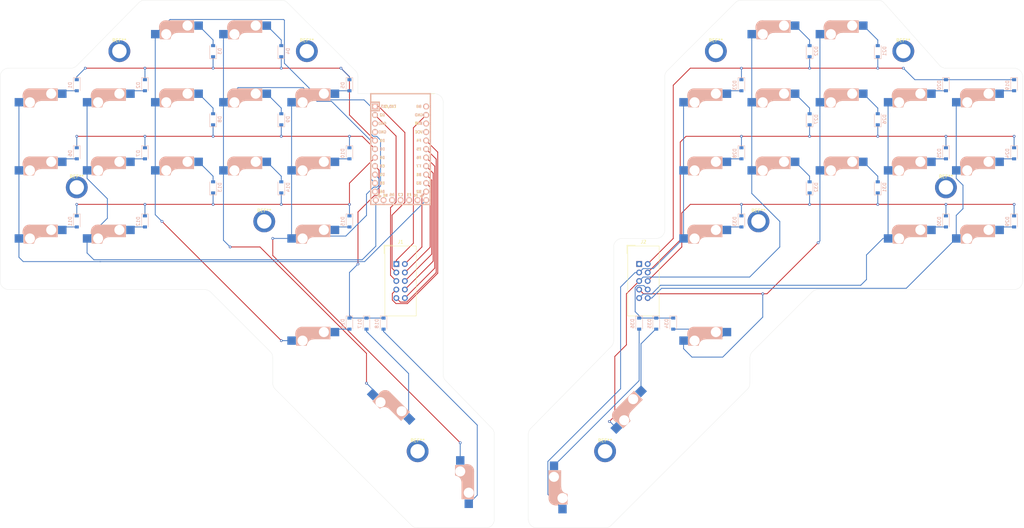
<source format=kicad_pcb>
(kicad_pcb (version 20171130) (host pcbnew "(5.1.4-0)")
  (layers (0 F.Cu signal) (31 B.Cu signal) (34 B.Paste user) (35 F.Paste user) (36 B.SilkS user) (37 F.SilkS user) (38 B.Mask user) (39 F.Mask user) (44 Edge.Cuts user))
  (net 0 "")
  (net 1 "Net-(D1-Pad2)")
  (net 2 "Net-(D2-Pad2)")
  (net 3 "Net-(D3-Pad2)")
  (net 4 "Net-(D4-Pad2)")
  (net 5 "Net-(U1-Pad24)")
  (net 6 "Net-(U1-Pad22)")
  (net 7 "Net-(U1-Pad21)")
  (net 8 "Net-(U1-Pad4)")
  (net 9 "Net-(U1-Pad3)")
  (net 10 Row0)
  (net 11 Row1)
  (net 12 Col0)
  (net 13 Col1)
  (net 14 "Net-(D5-Pad2)")
  (net 15 Row2)
  (net 16 "Net-(D6-Pad2)")
  (net 17 "Net-(D7-Pad2)")
  (net 18 "Net-(D8-Pad2)")
  (net 19 "Net-(D9-Pad2)")
  (net 20 "Net-(D10-Pad2)")
  (net 21 "Net-(D11-Pad2)")
  (net 22 "Net-(D12-Pad2)")
  (net 23 "Net-(D13-Pad2)")
  (net 24 "Net-(D14-Pad2)")
  (net 25 "Net-(D15-Pad2)")
  (net 26 Col2)
  (net 27 Col3)
  (net 28 Col4)
  (net 29 Row3)
  (net 30 "Net-(D16-Pad2)")
  (net 31 "Net-(D17-Pad2)")
  (net 32 "Net-(D18-Pad2)")
  (net 33 Col5)
  (net 34 Col6)
  (net 35 Col7)
  (net 36 Col8)
  (net 37 Col9)
  (net 38 Row7)
  (net 39 Row6)
  (net 40 Row5)
  (net 41 Row4)
  (net 42 GND0)
  (net 43 "Net-(D19-Pad2)")
  (net 44 Row4*)
  (net 45 "Net-(D20-Pad2)")
  (net 46 Row5*)
  (net 47 "Net-(D21-Pad2)")
  (net 48 Row6*)
  (net 49 "Net-(D22-Pad2)")
  (net 50 "Net-(D23-Pad2)")
  (net 51 "Net-(D24-Pad2)")
  (net 52 "Net-(D25-Pad2)")
  (net 53 "Net-(D26-Pad2)")
  (net 54 "Net-(D27-Pad2)")
  (net 55 "Net-(D28-Pad2)")
  (net 56 Row7*)
  (net 57 "Net-(D29-Pad2)")
  (net 58 "Net-(D30-Pad2)")
  (net 59 "Net-(D31-Pad2)")
  (net 60 "Net-(D32-Pad2)")
  (net 61 "Net-(D33-Pad2)")
  (net 62 "Net-(D34-Pad2)")
  (net 63 "Net-(D35-Pad2)")
  (net 64 "Net-(D36-Pad2)")
  (net 65 Col5*)
  (net 66 Col6*)
  (net 67 Col7*)
  (net 68 Col8*)
  (net 69 Col9*)
  (net 70 GND0*)
  (module Diode_SMD:D_SOD-123 (layer B.Cu) (at 350.52 200.66 270)
    (fp_text reference D34 (at 0 2 90) (layer B.SilkS) (effects (justify mirror)))
    (fp_text value D_Small)
    (pad 2 smd rect (at 1.65 0 270) (size 0.9 1.2) (layers B.Cu B.Paste B.Mask) (net 62 "Net-(D34-Pad2)"))
    (pad 1 smd rect (at -1.65 0 270) (size 0.9 1.2) (layers B.Cu B.Paste B.Mask) (net 56 Row7*))
  )
  (module kbd:M2_HOLE (layer F.Cu) (at 431.8 160.02)
    (fp_text reference REF** (at 0 -3.2) (layer F.SilkS))
    (fp_text value Val**)
    (pad "" thru_hole circle (at 0 0) (size 6.5 6.5) (drill 4.3) (layers *.Cu *.Mask))
  )
  (module kbd:M2_HOLE (layer F.Cu) (at 274.32 238.76)
    (fp_text reference REF** (at 0 -3.2) (layer F.SilkS))
    (fp_text value Val**)
    (pad "" thru_hole circle (at 0 0) (size 6.5 6.5) (drill 4.3) (layers *.Cu *.Mask))
  )
  (module kbd:M2_HOLE (layer F.Cu) (at 330.2 238.76)
    (fp_text reference REF** (at 0 -3.2) (layer F.SilkS))
    (fp_text value Val**)
    (pad "" thru_hole circle (at 0 0) (size 6.5 6.5) (drill 4.3) (layers *.Cu *.Mask))
  )
  (module kbd:M2_HOLE (layer F.Cu) (at 375.92 170.18)
    (fp_text reference REF** (at 0 -3.2) (layer F.SilkS))
    (fp_text value Val**)
    (pad "" thru_hole circle (at 0 0) (size 6.5 6.5) (drill 4.3) (layers *.Cu *.Mask))
  )
  (module kbd:M2_HOLE (layer F.Cu) (at 228.6 170.18)
    (fp_text reference REF** (at 0 -3.2) (layer F.SilkS))
    (fp_text value Val**)
    (pad "" thru_hole circle (at 0 0) (size 6.5 6.5) (drill 4.3) (layers *.Cu *.Mask))
  )
  (module kbd:M2_HOLE (layer F.Cu) (at 172.72 160.02)
    (fp_text reference REF** (at 0 -3.2) (layer F.SilkS))
    (fp_text value Val**)
    (pad "" thru_hole circle (at 0 0) (size 6.5 6.5) (drill 4.3) (layers *.Cu *.Mask))
  )
  (module kbd:M2_HOLE (layer F.Cu) (at 185.42 119.38)
    (fp_text reference REF** (at 0 -3.2) (layer F.SilkS))
    (fp_text value Val**)
    (pad "" thru_hole circle (at 0 0) (size 6.5 6.5) (drill 4.3) (layers *.Cu *.Mask))
  )
  (module kbd:M2_HOLE (layer F.Cu) (at 419.1 119.38)
    (fp_text reference REF** (at 0 -3.2) (layer F.SilkS))
    (fp_text value Val**)
    (pad "" thru_hole circle (at 0 0) (size 6.5 6.5) (drill 4.3) (layers *.Cu *.Mask))
  )
  (module kbd:M2_HOLE (layer F.Cu) (at 363.22 119.38)
    (fp_text reference REF** (at 0 -3.2) (layer F.SilkS))
    (fp_text value Val**)
    (pad "" thru_hole circle (at 0 0) (size 6.5 6.5) (drill 4.3) (layers *.Cu *.Mask))
  )
  (module kbd:M2_HOLE (layer F.Cu) (at 241.3 119.38)
    (fp_text reference REF** (at 0 -3.2) (layer F.SilkS))
    (fp_text value Val**)
    (pad "" thru_hole circle (at 0 0) (size 6.5 6.5) (drill 4.3) (layers *.Cu *.Mask))
  )
  (module kbd:CherryMX_Hotswap (layer F.Cu) (at 320.04 248.92 90)
    (fp_text reference MX36 hide)
    (fp_text value MX-NoLED hide)
    (pad "" np_thru_hole circle (at 2.54 -5.08 90) (size 3 3) (drill 3) (layers *.Cu *.Mask))
    (pad "" np_thru_hole circle (at -3.81 -2.54 90) (size 3 3) (drill 3) (layers *.Cu *.Mask))
    (pad 2 smd rect (at 5.842 -5.08 270) (size 2.55 2.5) (layers B.Cu B.Paste B.Mask) (net 64 "Net-(D36-Pad2)"))
    (pad "" np_thru_hole circle (at -5.08 0 90) (size 1.9 1.9) (drill 1.9) (layers *.Cu *.Mask))
    (pad "" np_thru_hole circle (at 5.08 0 90) (size 1.9 1.9) (drill 1.9) (layers *.Cu *.Mask))
    (pad "" np_thru_hole circle (at 0 0 180) (size 4.1 4.1) (drill 4.1) (layers *.Cu *.Mask))
    (pad 1 smd rect (at -7.085 -2.54 270) (size 2.55 2.5) (layers B.Cu B.Paste B.Mask) (net 69 Col9*))
  )
  (module kbd:CherryMX_Hotswap (layer F.Cu) (at 340.36 228.6 45)
    (fp_text reference MX35 hide)
    (fp_text value MX-NoLED hide)
    (pad "" np_thru_hole circle (at 2.54 -5.08 45) (size 3 3) (drill 3) (layers *.Cu *.Mask))
    (pad "" np_thru_hole circle (at -3.81 -2.54 45) (size 3 3) (drill 3) (layers *.Cu *.Mask))
    (pad 2 smd rect (at 5.842 -5.08 225) (size 2.55 2.5) (layers B.Cu B.Paste B.Mask) (net 63 "Net-(D35-Pad2)"))
    (pad "" np_thru_hole circle (at -5.08 0 45) (size 1.9 1.9) (drill 1.9) (layers *.Cu *.Mask))
    (pad "" np_thru_hole circle (at 5.08 0 45) (size 1.9 1.9) (drill 1.9) (layers *.Cu *.Mask))
    (pad "" np_thru_hole circle (at 0 0 135) (size 4.1 4.1) (drill 4.1) (layers *.Cu *.Mask))
    (pad 1 smd rect (at -7.085 -2.54 225) (size 2.55 2.5) (layers B.Cu B.Paste B.Mask) (net 68 Col8*))
  )
  (module kbd:CherryMX_Hotswap (layer F.Cu) (at 360.68 208.28)
    (fp_text reference MX34 hide)
    (fp_text value MX-NoLED hide)
    (pad "" np_thru_hole circle (at 2.54 -5.08) (size 3 3) (drill 3) (layers *.Cu *.Mask))
    (pad "" np_thru_hole circle (at -3.81 -2.54) (size 3 3) (drill 3) (layers *.Cu *.Mask))
    (pad 2 smd rect (at 5.842 -5.08 180) (size 2.55 2.5) (layers B.Cu B.Paste B.Mask) (net 62 "Net-(D34-Pad2)"))
    (pad "" np_thru_hole circle (at -5.08 0) (size 1.9 1.9) (drill 1.9) (layers *.Cu *.Mask))
    (pad "" np_thru_hole circle (at 5.08 0) (size 1.9 1.9) (drill 1.9) (layers *.Cu *.Mask))
    (pad "" np_thru_hole circle (at 0 0 90) (size 4.1 4.1) (drill 4.1) (layers *.Cu *.Mask))
    (pad 1 smd rect (at -7.085 -2.54 180) (size 2.55 2.5) (layers B.Cu B.Paste B.Mask) (net 67 Col7*))
  )
  (module kbd:CherryMX_Hotswap (layer F.Cu) (at 360.68 177.8)
    (fp_text reference MX33 hide)
    (fp_text value MX-NoLED hide)
    (pad "" np_thru_hole circle (at 2.54 -5.08) (size 3 3) (drill 3) (layers *.Cu *.Mask))
    (pad "" np_thru_hole circle (at -3.81 -2.54) (size 3 3) (drill 3) (layers *.Cu *.Mask))
    (pad 2 smd rect (at 5.842 -5.08 180) (size 2.55 2.5) (layers B.Cu B.Paste B.Mask) (net 61 "Net-(D33-Pad2)"))
    (pad "" np_thru_hole circle (at -5.08 0) (size 1.9 1.9) (drill 1.9) (layers *.Cu *.Mask))
    (pad "" np_thru_hole circle (at 5.08 0) (size 1.9 1.9) (drill 1.9) (layers *.Cu *.Mask))
    (pad "" np_thru_hole circle (at 0 0 90) (size 4.1 4.1) (drill 4.1) (layers *.Cu *.Mask))
    (pad 1 smd rect (at -7.085 -2.54 180) (size 2.55 2.5) (layers B.Cu B.Paste B.Mask) (net 69 Col9*))
  )
  (module kbd:CherryMX_Hotswap (layer F.Cu) (at 381 157.48)
    (fp_text reference MX32 hide)
    (fp_text value MX-NoLED hide)
    (pad "" np_thru_hole circle (at 2.54 -5.08) (size 3 3) (drill 3) (layers *.Cu *.Mask))
    (pad "" np_thru_hole circle (at -3.81 -2.54) (size 3 3) (drill 3) (layers *.Cu *.Mask))
    (pad 2 smd rect (at 5.842 -5.08 180) (size 2.55 2.5) (layers B.Cu B.Paste B.Mask) (net 60 "Net-(D32-Pad2)"))
    (pad "" np_thru_hole circle (at -5.08 0) (size 1.9 1.9) (drill 1.9) (layers *.Cu *.Mask))
    (pad "" np_thru_hole circle (at 5.08 0) (size 1.9 1.9) (drill 1.9) (layers *.Cu *.Mask))
    (pad "" np_thru_hole circle (at 0 0 90) (size 4.1 4.1) (drill 4.1) (layers *.Cu *.Mask))
    (pad 1 smd rect (at -7.085 -2.54 180) (size 2.55 2.5) (layers B.Cu B.Paste B.Mask) (net 68 Col8*))
  )
  (module kbd:CherryMX_Hotswap (layer F.Cu) (at 401.32 157.48)
    (fp_text reference MX31 hide)
    (fp_text value MX-NoLED hide)
    (pad "" np_thru_hole circle (at 2.54 -5.08) (size 3 3) (drill 3) (layers *.Cu *.Mask))
    (pad "" np_thru_hole circle (at -3.81 -2.54) (size 3 3) (drill 3) (layers *.Cu *.Mask))
    (pad 2 smd rect (at 5.842 -5.08 180) (size 2.55 2.5) (layers B.Cu B.Paste B.Mask) (net 59 "Net-(D31-Pad2)"))
    (pad "" np_thru_hole circle (at -5.08 0) (size 1.9 1.9) (drill 1.9) (layers *.Cu *.Mask))
    (pad "" np_thru_hole circle (at 5.08 0) (size 1.9 1.9) (drill 1.9) (layers *.Cu *.Mask))
    (pad "" np_thru_hole circle (at 0 0 90) (size 4.1 4.1) (drill 4.1) (layers *.Cu *.Mask))
    (pad 1 smd rect (at -7.085 -2.54 180) (size 2.55 2.5) (layers B.Cu B.Paste B.Mask) (net 67 Col7*))
  )
  (module kbd:CherryMX_Hotswap (layer F.Cu) (at 421.64 177.8)
    (fp_text reference MX30 hide)
    (fp_text value MX-NoLED hide)
    (pad "" np_thru_hole circle (at 2.54 -5.08) (size 3 3) (drill 3) (layers *.Cu *.Mask))
    (pad "" np_thru_hole circle (at -3.81 -2.54) (size 3 3) (drill 3) (layers *.Cu *.Mask))
    (pad 2 smd rect (at 5.842 -5.08 180) (size 2.55 2.5) (layers B.Cu B.Paste B.Mask) (net 58 "Net-(D30-Pad2)"))
    (pad "" np_thru_hole circle (at -5.08 0) (size 1.9 1.9) (drill 1.9) (layers *.Cu *.Mask))
    (pad "" np_thru_hole circle (at 5.08 0) (size 1.9 1.9) (drill 1.9) (layers *.Cu *.Mask))
    (pad "" np_thru_hole circle (at 0 0 90) (size 4.1 4.1) (drill 4.1) (layers *.Cu *.Mask))
    (pad 1 smd rect (at -7.085 -2.54 180) (size 2.55 2.5) (layers B.Cu B.Paste B.Mask) (net 66 Col6*))
  )
  (module kbd:CherryMX_Hotswap (layer F.Cu) (at 441.96 177.8)
    (fp_text reference MX29 hide)
    (fp_text value MX-NoLED hide)
    (pad "" np_thru_hole circle (at 2.54 -5.08) (size 3 3) (drill 3) (layers *.Cu *.Mask))
    (pad "" np_thru_hole circle (at -3.81 -2.54) (size 3 3) (drill 3) (layers *.Cu *.Mask))
    (pad 2 smd rect (at 5.842 -5.08 180) (size 2.55 2.5) (layers B.Cu B.Paste B.Mask) (net 57 "Net-(D29-Pad2)"))
    (pad "" np_thru_hole circle (at -5.08 0) (size 1.9 1.9) (drill 1.9) (layers *.Cu *.Mask))
    (pad "" np_thru_hole circle (at 5.08 0) (size 1.9 1.9) (drill 1.9) (layers *.Cu *.Mask))
    (pad "" np_thru_hole circle (at 0 0 90) (size 4.1 4.1) (drill 4.1) (layers *.Cu *.Mask))
    (pad 1 smd rect (at -7.085 -2.54 180) (size 2.55 2.5) (layers B.Cu B.Paste B.Mask) (net 65 Col5*))
  )
  (module kbd:CherryMX_Hotswap (layer F.Cu) (at 360.68 157.48)
    (fp_text reference MX28 hide)
    (fp_text value MX-NoLED hide)
    (pad "" np_thru_hole circle (at 2.54 -5.08) (size 3 3) (drill 3) (layers *.Cu *.Mask))
    (pad "" np_thru_hole circle (at -3.81 -2.54) (size 3 3) (drill 3) (layers *.Cu *.Mask))
    (pad 2 smd rect (at 5.842 -5.08 180) (size 2.55 2.5) (layers B.Cu B.Paste B.Mask) (net 55 "Net-(D28-Pad2)"))
    (pad "" np_thru_hole circle (at -5.08 0) (size 1.9 1.9) (drill 1.9) (layers *.Cu *.Mask))
    (pad "" np_thru_hole circle (at 5.08 0) (size 1.9 1.9) (drill 1.9) (layers *.Cu *.Mask))
    (pad "" np_thru_hole circle (at 0 0 90) (size 4.1 4.1) (drill 4.1) (layers *.Cu *.Mask))
    (pad 1 smd rect (at -7.085 -2.54 180) (size 2.55 2.5) (layers B.Cu B.Paste B.Mask) (net 69 Col9*))
  )
  (module kbd:CherryMX_Hotswap (layer F.Cu) (at 381 137.16)
    (fp_text reference MX27 hide)
    (fp_text value MX-NoLED hide)
    (pad "" np_thru_hole circle (at 2.54 -5.08) (size 3 3) (drill 3) (layers *.Cu *.Mask))
    (pad "" np_thru_hole circle (at -3.81 -2.54) (size 3 3) (drill 3) (layers *.Cu *.Mask))
    (pad 2 smd rect (at 5.842 -5.08 180) (size 2.55 2.5) (layers B.Cu B.Paste B.Mask) (net 54 "Net-(D27-Pad2)"))
    (pad "" np_thru_hole circle (at -5.08 0) (size 1.9 1.9) (drill 1.9) (layers *.Cu *.Mask))
    (pad "" np_thru_hole circle (at 5.08 0) (size 1.9 1.9) (drill 1.9) (layers *.Cu *.Mask))
    (pad "" np_thru_hole circle (at 0 0 90) (size 4.1 4.1) (drill 4.1) (layers *.Cu *.Mask))
    (pad 1 smd rect (at -7.085 -2.54 180) (size 2.55 2.5) (layers B.Cu B.Paste B.Mask) (net 68 Col8*))
  )
  (module kbd:CherryMX_Hotswap (layer F.Cu) (at 401.32 137.16)
    (fp_text reference MX26 hide)
    (fp_text value MX-NoLED hide)
    (pad "" np_thru_hole circle (at 2.54 -5.08) (size 3 3) (drill 3) (layers *.Cu *.Mask))
    (pad "" np_thru_hole circle (at -3.81 -2.54) (size 3 3) (drill 3) (layers *.Cu *.Mask))
    (pad 2 smd rect (at 5.842 -5.08 180) (size 2.55 2.5) (layers B.Cu B.Paste B.Mask) (net 53 "Net-(D26-Pad2)"))
    (pad "" np_thru_hole circle (at -5.08 0) (size 1.9 1.9) (drill 1.9) (layers *.Cu *.Mask))
    (pad "" np_thru_hole circle (at 5.08 0) (size 1.9 1.9) (drill 1.9) (layers *.Cu *.Mask))
    (pad "" np_thru_hole circle (at 0 0 90) (size 4.1 4.1) (drill 4.1) (layers *.Cu *.Mask))
    (pad 1 smd rect (at -7.085 -2.54 180) (size 2.55 2.5) (layers B.Cu B.Paste B.Mask) (net 67 Col7*))
  )
  (module kbd:CherryMX_Hotswap (layer F.Cu) (at 421.64 157.48)
    (fp_text reference MX25 hide)
    (fp_text value MX-NoLED hide)
    (pad "" np_thru_hole circle (at 2.54 -5.08) (size 3 3) (drill 3) (layers *.Cu *.Mask))
    (pad "" np_thru_hole circle (at -3.81 -2.54) (size 3 3) (drill 3) (layers *.Cu *.Mask))
    (pad 2 smd rect (at 5.842 -5.08 180) (size 2.55 2.5) (layers B.Cu B.Paste B.Mask) (net 52 "Net-(D25-Pad2)"))
    (pad "" np_thru_hole circle (at -5.08 0) (size 1.9 1.9) (drill 1.9) (layers *.Cu *.Mask))
    (pad "" np_thru_hole circle (at 5.08 0) (size 1.9 1.9) (drill 1.9) (layers *.Cu *.Mask))
    (pad "" np_thru_hole circle (at 0 0 90) (size 4.1 4.1) (drill 4.1) (layers *.Cu *.Mask))
    (pad 1 smd rect (at -7.085 -2.54 180) (size 2.55 2.5) (layers B.Cu B.Paste B.Mask) (net 66 Col6*))
  )
  (module kbd:CherryMX_Hotswap (layer F.Cu) (at 441.96 157.48)
    (fp_text reference MX24 hide)
    (fp_text value MX-NoLED hide)
    (pad "" np_thru_hole circle (at 2.54 -5.08) (size 3 3) (drill 3) (layers *.Cu *.Mask))
    (pad "" np_thru_hole circle (at -3.81 -2.54) (size 3 3) (drill 3) (layers *.Cu *.Mask))
    (pad 2 smd rect (at 5.842 -5.08 180) (size 2.55 2.5) (layers B.Cu B.Paste B.Mask) (net 51 "Net-(D24-Pad2)"))
    (pad "" np_thru_hole circle (at -5.08 0) (size 1.9 1.9) (drill 1.9) (layers *.Cu *.Mask))
    (pad "" np_thru_hole circle (at 5.08 0) (size 1.9 1.9) (drill 1.9) (layers *.Cu *.Mask))
    (pad "" np_thru_hole circle (at 0 0 90) (size 4.1 4.1) (drill 4.1) (layers *.Cu *.Mask))
    (pad 1 smd rect (at -7.085 -2.54 180) (size 2.55 2.5) (layers B.Cu B.Paste B.Mask) (net 65 Col5*))
  )
  (module kbd:CherryMX_Hotswap (layer F.Cu) (at 360.68 137.16)
    (fp_text reference MX23 hide)
    (fp_text value MX-NoLED hide)
    (pad "" np_thru_hole circle (at 2.54 -5.08) (size 3 3) (drill 3) (layers *.Cu *.Mask))
    (pad "" np_thru_hole circle (at -3.81 -2.54) (size 3 3) (drill 3) (layers *.Cu *.Mask))
    (pad 2 smd rect (at 5.842 -5.08 180) (size 2.55 2.5) (layers B.Cu B.Paste B.Mask) (net 50 "Net-(D23-Pad2)"))
    (pad "" np_thru_hole circle (at -5.08 0) (size 1.9 1.9) (drill 1.9) (layers *.Cu *.Mask))
    (pad "" np_thru_hole circle (at 5.08 0) (size 1.9 1.9) (drill 1.9) (layers *.Cu *.Mask))
    (pad "" np_thru_hole circle (at 0 0 90) (size 4.1 4.1) (drill 4.1) (layers *.Cu *.Mask))
    (pad 1 smd rect (at -7.085 -2.54 180) (size 2.55 2.5) (layers B.Cu B.Paste B.Mask) (net 69 Col9*))
  )
  (module kbd:CherryMX_Hotswap (layer F.Cu) (at 381 116.84)
    (fp_text reference MX22 hide)
    (fp_text value MX-NoLED hide)
    (pad "" np_thru_hole circle (at 2.54 -5.08) (size 3 3) (drill 3) (layers *.Cu *.Mask))
    (pad "" np_thru_hole circle (at -3.81 -2.54) (size 3 3) (drill 3) (layers *.Cu *.Mask))
    (pad 2 smd rect (at 5.842 -5.08 180) (size 2.55 2.5) (layers B.Cu B.Paste B.Mask) (net 49 "Net-(D22-Pad2)"))
    (pad "" np_thru_hole circle (at -5.08 0) (size 1.9 1.9) (drill 1.9) (layers *.Cu *.Mask))
    (pad "" np_thru_hole circle (at 5.08 0) (size 1.9 1.9) (drill 1.9) (layers *.Cu *.Mask))
    (pad "" np_thru_hole circle (at 0 0 90) (size 4.1 4.1) (drill 4.1) (layers *.Cu *.Mask))
    (pad 1 smd rect (at -7.085 -2.54 180) (size 2.55 2.5) (layers B.Cu B.Paste B.Mask) (net 68 Col8*))
  )
  (module kbd:CherryMX_Hotswap (layer F.Cu) (at 401.32 116.84)
    (fp_text reference MX21 hide)
    (fp_text value MX-NoLED hide)
    (pad "" np_thru_hole circle (at 2.54 -5.08) (size 3 3) (drill 3) (layers *.Cu *.Mask))
    (pad "" np_thru_hole circle (at -3.81 -2.54) (size 3 3) (drill 3) (layers *.Cu *.Mask))
    (pad 2 smd rect (at 5.842 -5.08 180) (size 2.55 2.5) (layers B.Cu B.Paste B.Mask) (net 47 "Net-(D21-Pad2)"))
    (pad "" np_thru_hole circle (at -5.08 0) (size 1.9 1.9) (drill 1.9) (layers *.Cu *.Mask))
    (pad "" np_thru_hole circle (at 5.08 0) (size 1.9 1.9) (drill 1.9) (layers *.Cu *.Mask))
    (pad "" np_thru_hole circle (at 0 0 90) (size 4.1 4.1) (drill 4.1) (layers *.Cu *.Mask))
    (pad 1 smd rect (at -7.085 -2.54 180) (size 2.55 2.5) (layers B.Cu B.Paste B.Mask) (net 67 Col7*))
  )
  (module kbd:CherryMX_Hotswap (layer F.Cu) (at 421.64 137.16)
    (fp_text reference MX20 hide)
    (fp_text value MX-NoLED hide)
    (pad "" np_thru_hole circle (at 2.54 -5.08) (size 3 3) (drill 3) (layers *.Cu *.Mask))
    (pad "" np_thru_hole circle (at -3.81 -2.54) (size 3 3) (drill 3) (layers *.Cu *.Mask))
    (pad 2 smd rect (at 5.842 -5.08 180) (size 2.55 2.5) (layers B.Cu B.Paste B.Mask) (net 45 "Net-(D20-Pad2)"))
    (pad "" np_thru_hole circle (at -5.08 0) (size 1.9 1.9) (drill 1.9) (layers *.Cu *.Mask))
    (pad "" np_thru_hole circle (at 5.08 0) (size 1.9 1.9) (drill 1.9) (layers *.Cu *.Mask))
    (pad "" np_thru_hole circle (at 0 0 90) (size 4.1 4.1) (drill 4.1) (layers *.Cu *.Mask))
    (pad 1 smd rect (at -7.085 -2.54 180) (size 2.55 2.5) (layers B.Cu B.Paste B.Mask) (net 66 Col6*))
  )
  (module kbd:CherryMX_Hotswap (layer F.Cu) (at 441.96 137.16)
    (fp_text reference MX19 hide)
    (fp_text value MX-NoLED hide)
    (pad "" np_thru_hole circle (at 2.54 -5.08) (size 3 3) (drill 3) (layers *.Cu *.Mask))
    (pad "" np_thru_hole circle (at -3.81 -2.54) (size 3 3) (drill 3) (layers *.Cu *.Mask))
    (pad 2 smd rect (at 5.842 -5.08 180) (size 2.55 2.5) (layers B.Cu B.Paste B.Mask) (net 43 "Net-(D19-Pad2)"))
    (pad "" np_thru_hole circle (at -5.08 0) (size 1.9 1.9) (drill 1.9) (layers *.Cu *.Mask))
    (pad "" np_thru_hole circle (at 5.08 0) (size 1.9 1.9) (drill 1.9) (layers *.Cu *.Mask))
    (pad "" np_thru_hole circle (at 0 0 90) (size 4.1 4.1) (drill 4.1) (layers *.Cu *.Mask))
    (pad 1 smd rect (at -7.085 -2.54 180) (size 2.55 2.5) (layers B.Cu B.Paste B.Mask) (net 65 Col5*))
  )
  (module kbd:CherryMX_Hotswap (layer F.Cu) (at 284.48 248.575 270)
    (fp_text reference MX18 hide)
    (fp_text value MX-NoLED hide)
    (pad "" np_thru_hole circle (at 2.54 -5.08 270) (size 3 3) (drill 3) (layers *.Cu *.Mask))
    (pad "" np_thru_hole circle (at -3.81 -2.54 270) (size 3 3) (drill 3) (layers *.Cu *.Mask))
    (pad 2 smd rect (at 5.842 -5.08 90) (size 2.55 2.5) (layers B.Cu B.Paste B.Mask) (net 32 "Net-(D18-Pad2)"))
    (pad "" np_thru_hole circle (at -5.08 0 270) (size 1.9 1.9) (drill 1.9) (layers *.Cu *.Mask))
    (pad "" np_thru_hole circle (at 5.08 0 270) (size 1.9 1.9) (drill 1.9) (layers *.Cu *.Mask))
    (pad "" np_thru_hole circle (at 0 0) (size 4.1 4.1) (drill 4.1) (layers *.Cu *.Mask))
    (pad 1 smd rect (at -7.085 -2.54 90) (size 2.55 2.5) (layers B.Cu B.Paste B.Mask) (net 28 Col4))
  )
  (module kbd:CherryMX_Hotswap (layer F.Cu) (at 264.16 228.6 315)
    (fp_text reference MX17 hide)
    (fp_text value MX-NoLED hide)
    (pad "" np_thru_hole circle (at 2.54 -5.08 315) (size 3 3) (drill 3) (layers *.Cu *.Mask))
    (pad "" np_thru_hole circle (at -3.81 -2.54 315) (size 3 3) (drill 3) (layers *.Cu *.Mask))
    (pad 2 smd rect (at 5.842 -5.08 135) (size 2.55 2.5) (layers B.Cu B.Paste B.Mask) (net 31 "Net-(D17-Pad2)"))
    (pad "" np_thru_hole circle (at -5.08 0 315) (size 1.9 1.9) (drill 1.9) (layers *.Cu *.Mask))
    (pad "" np_thru_hole circle (at 5.08 0 315) (size 1.9 1.9) (drill 1.9) (layers *.Cu *.Mask))
    (pad "" np_thru_hole circle (at 0 0 45) (size 4.1 4.1) (drill 4.1) (layers *.Cu *.Mask))
    (pad 1 smd rect (at -7.085 -2.54 135) (size 2.55 2.5) (layers B.Cu B.Paste B.Mask) (net 27 Col3))
  )
  (module kbd:CherryMX_Hotswap (layer F.Cu) (at 243.84 208.28)
    (fp_text reference MX16 hide)
    (fp_text value MX-NoLED hide)
    (pad "" np_thru_hole circle (at 2.54 -5.08) (size 3 3) (drill 3) (layers *.Cu *.Mask))
    (pad "" np_thru_hole circle (at -3.81 -2.54) (size 3 3) (drill 3) (layers *.Cu *.Mask))
    (pad 2 smd rect (at 5.842 -5.08 180) (size 2.55 2.5) (layers B.Cu B.Paste B.Mask) (net 30 "Net-(D16-Pad2)"))
    (pad "" np_thru_hole circle (at -5.08 0) (size 1.9 1.9) (drill 1.9) (layers *.Cu *.Mask))
    (pad "" np_thru_hole circle (at 5.08 0) (size 1.9 1.9) (drill 1.9) (layers *.Cu *.Mask))
    (pad "" np_thru_hole circle (at 0 0 90) (size 4.1 4.1) (drill 4.1) (layers *.Cu *.Mask))
    (pad 1 smd rect (at -7.085 -2.54 180) (size 2.55 2.5) (layers B.Cu B.Paste B.Mask) (net 26 Col2))
  )
  (module kbd:CherryMX_Hotswap (layer F.Cu) (at 243.84 177.8)
    (fp_text reference MX15 hide)
    (fp_text value MX-NoLED hide)
    (pad "" np_thru_hole circle (at 2.54 -5.08) (size 3 3) (drill 3) (layers *.Cu *.Mask))
    (pad "" np_thru_hole circle (at -3.81 -2.54) (size 3 3) (drill 3) (layers *.Cu *.Mask))
    (pad 2 smd rect (at 5.842 -5.08 180) (size 2.55 2.5) (layers B.Cu B.Paste B.Mask) (net 25 "Net-(D15-Pad2)"))
    (pad "" np_thru_hole circle (at -5.08 0) (size 1.9 1.9) (drill 1.9) (layers *.Cu *.Mask))
    (pad "" np_thru_hole circle (at 5.08 0) (size 1.9 1.9) (drill 1.9) (layers *.Cu *.Mask))
    (pad "" np_thru_hole circle (at 0 0 90) (size 4.1 4.1) (drill 4.1) (layers *.Cu *.Mask))
    (pad 1 smd rect (at -7.085 -2.54 180) (size 2.55 2.5) (layers B.Cu B.Paste B.Mask) (net 28 Col4))
  )
  (module kbd:CherryMX_Hotswap (layer F.Cu) (at 223.52 157.48)
    (fp_text reference MX14 hide)
    (fp_text value MX-NoLED hide)
    (pad "" np_thru_hole circle (at 2.54 -5.08) (size 3 3) (drill 3) (layers *.Cu *.Mask))
    (pad "" np_thru_hole circle (at -3.81 -2.54) (size 3 3) (drill 3) (layers *.Cu *.Mask))
    (pad 2 smd rect (at 5.842 -5.08 180) (size 2.55 2.5) (layers B.Cu B.Paste B.Mask) (net 24 "Net-(D14-Pad2)"))
    (pad "" np_thru_hole circle (at -5.08 0) (size 1.9 1.9) (drill 1.9) (layers *.Cu *.Mask))
    (pad "" np_thru_hole circle (at 5.08 0) (size 1.9 1.9) (drill 1.9) (layers *.Cu *.Mask))
    (pad "" np_thru_hole circle (at 0 0 90) (size 4.1 4.1) (drill 4.1) (layers *.Cu *.Mask))
    (pad 1 smd rect (at -7.085 -2.54 180) (size 2.55 2.5) (layers B.Cu B.Paste B.Mask) (net 27 Col3))
  )
  (module kbd:CherryMX_Hotswap (layer F.Cu) (at 203.2 157.48)
    (fp_text reference MX13 hide)
    (fp_text value MX-NoLED hide)
    (pad "" np_thru_hole circle (at 2.54 -5.08) (size 3 3) (drill 3) (layers *.Cu *.Mask))
    (pad "" np_thru_hole circle (at -3.81 -2.54) (size 3 3) (drill 3) (layers *.Cu *.Mask))
    (pad 2 smd rect (at 5.842 -5.08 180) (size 2.55 2.5) (layers B.Cu B.Paste B.Mask) (net 23 "Net-(D13-Pad2)"))
    (pad "" np_thru_hole circle (at -5.08 0) (size 1.9 1.9) (drill 1.9) (layers *.Cu *.Mask))
    (pad "" np_thru_hole circle (at 5.08 0) (size 1.9 1.9) (drill 1.9) (layers *.Cu *.Mask))
    (pad "" np_thru_hole circle (at 0 0 90) (size 4.1 4.1) (drill 4.1) (layers *.Cu *.Mask))
    (pad 1 smd rect (at -7.085 -2.54 180) (size 2.55 2.5) (layers B.Cu B.Paste B.Mask) (net 26 Col2))
  )
  (module kbd:CherryMX_Hotswap (layer F.Cu) (at 182.88 177.8)
    (fp_text reference MX12 hide)
    (fp_text value MX-NoLED hide)
    (pad "" np_thru_hole circle (at 2.54 -5.08) (size 3 3) (drill 3) (layers *.Cu *.Mask))
    (pad "" np_thru_hole circle (at -3.81 -2.54) (size 3 3) (drill 3) (layers *.Cu *.Mask))
    (pad 2 smd rect (at 5.842 -5.08 180) (size 2.55 2.5) (layers B.Cu B.Paste B.Mask) (net 22 "Net-(D12-Pad2)"))
    (pad "" np_thru_hole circle (at -5.08 0) (size 1.9 1.9) (drill 1.9) (layers *.Cu *.Mask))
    (pad "" np_thru_hole circle (at 5.08 0) (size 1.9 1.9) (drill 1.9) (layers *.Cu *.Mask))
    (pad "" np_thru_hole circle (at 0 0 90) (size 4.1 4.1) (drill 4.1) (layers *.Cu *.Mask))
    (pad 1 smd rect (at -7.085 -2.54 180) (size 2.55 2.5) (layers B.Cu B.Paste B.Mask) (net 13 Col1))
  )
  (module kbd:CherryMX_Hotswap (layer F.Cu) (at 162.56 177.8)
    (fp_text reference MX11 hide)
    (fp_text value MX-NoLED hide)
    (pad "" np_thru_hole circle (at 2.54 -5.08) (size 3 3) (drill 3) (layers *.Cu *.Mask))
    (pad "" np_thru_hole circle (at -3.81 -2.54) (size 3 3) (drill 3) (layers *.Cu *.Mask))
    (pad 2 smd rect (at 5.842 -5.08 180) (size 2.55 2.5) (layers B.Cu B.Paste B.Mask) (net 21 "Net-(D11-Pad2)"))
    (pad "" np_thru_hole circle (at -5.08 0) (size 1.9 1.9) (drill 1.9) (layers *.Cu *.Mask))
    (pad "" np_thru_hole circle (at 5.08 0) (size 1.9 1.9) (drill 1.9) (layers *.Cu *.Mask))
    (pad "" np_thru_hole circle (at 0 0 90) (size 4.1 4.1) (drill 4.1) (layers *.Cu *.Mask))
    (pad 1 smd rect (at -7.085 -2.54 180) (size 2.55 2.5) (layers B.Cu B.Paste B.Mask) (net 12 Col0))
  )
  (module kbd:CherryMX_Hotswap (layer F.Cu) (at 243.84 157.48)
    (fp_text reference MX10 hide)
    (fp_text value MX-NoLED hide)
    (pad "" np_thru_hole circle (at 2.54 -5.08) (size 3 3) (drill 3) (layers *.Cu *.Mask))
    (pad "" np_thru_hole circle (at -3.81 -2.54) (size 3 3) (drill 3) (layers *.Cu *.Mask))
    (pad 2 smd rect (at 5.842 -5.08 180) (size 2.55 2.5) (layers B.Cu B.Paste B.Mask) (net 20 "Net-(D10-Pad2)"))
    (pad "" np_thru_hole circle (at -5.08 0) (size 1.9 1.9) (drill 1.9) (layers *.Cu *.Mask))
    (pad "" np_thru_hole circle (at 5.08 0) (size 1.9 1.9) (drill 1.9) (layers *.Cu *.Mask))
    (pad "" np_thru_hole circle (at 0 0 90) (size 4.1 4.1) (drill 4.1) (layers *.Cu *.Mask))
    (pad 1 smd rect (at -7.085 -2.54 180) (size 2.55 2.5) (layers B.Cu B.Paste B.Mask) (net 28 Col4))
  )
  (module kbd:CherryMX_Hotswap (layer F.Cu) (at 223.52 137.16)
    (fp_text reference MX9 hide)
    (fp_text value MX-NoLED hide)
    (pad "" np_thru_hole circle (at 2.54 -5.08) (size 3 3) (drill 3) (layers *.Cu *.Mask))
    (pad "" np_thru_hole circle (at -3.81 -2.54) (size 3 3) (drill 3) (layers *.Cu *.Mask))
    (pad 2 smd rect (at 5.842 -5.08 180) (size 2.55 2.5) (layers B.Cu B.Paste B.Mask) (net 19 "Net-(D9-Pad2)"))
    (pad "" np_thru_hole circle (at -5.08 0) (size 1.9 1.9) (drill 1.9) (layers *.Cu *.Mask))
    (pad "" np_thru_hole circle (at 5.08 0) (size 1.9 1.9) (drill 1.9) (layers *.Cu *.Mask))
    (pad "" np_thru_hole circle (at 0 0 90) (size 4.1 4.1) (drill 4.1) (layers *.Cu *.Mask))
    (pad 1 smd rect (at -7.085 -2.54 180) (size 2.55 2.5) (layers B.Cu B.Paste B.Mask) (net 27 Col3))
  )
  (module kbd:CherryMX_Hotswap (layer F.Cu) (at 203.2 137.16)
    (fp_text reference MX8 hide)
    (fp_text value MX-NoLED hide)
    (pad "" np_thru_hole circle (at 2.54 -5.08) (size 3 3) (drill 3) (layers *.Cu *.Mask))
    (pad "" np_thru_hole circle (at -3.81 -2.54) (size 3 3) (drill 3) (layers *.Cu *.Mask))
    (pad 2 smd rect (at 5.842 -5.08 180) (size 2.55 2.5) (layers B.Cu B.Paste B.Mask) (net 18 "Net-(D8-Pad2)"))
    (pad "" np_thru_hole circle (at -5.08 0) (size 1.9 1.9) (drill 1.9) (layers *.Cu *.Mask))
    (pad "" np_thru_hole circle (at 5.08 0) (size 1.9 1.9) (drill 1.9) (layers *.Cu *.Mask))
    (pad "" np_thru_hole circle (at 0 0 90) (size 4.1 4.1) (drill 4.1) (layers *.Cu *.Mask))
    (pad 1 smd rect (at -7.085 -2.54 180) (size 2.55 2.5) (layers B.Cu B.Paste B.Mask) (net 26 Col2))
  )
  (module kbd:CherryMX_Hotswap (layer F.Cu) (at 182.88 157.48)
    (fp_text reference MX7 hide)
    (fp_text value MX-NoLED hide)
    (pad "" np_thru_hole circle (at 2.54 -5.08) (size 3 3) (drill 3) (layers *.Cu *.Mask))
    (pad "" np_thru_hole circle (at -3.81 -2.54) (size 3 3) (drill 3) (layers *.Cu *.Mask))
    (pad 2 smd rect (at 5.842 -5.08 180) (size 2.55 2.5) (layers B.Cu B.Paste B.Mask) (net 17 "Net-(D7-Pad2)"))
    (pad "" np_thru_hole circle (at -5.08 0) (size 1.9 1.9) (drill 1.9) (layers *.Cu *.Mask))
    (pad "" np_thru_hole circle (at 5.08 0) (size 1.9 1.9) (drill 1.9) (layers *.Cu *.Mask))
    (pad "" np_thru_hole circle (at 0 0 90) (size 4.1 4.1) (drill 4.1) (layers *.Cu *.Mask))
    (pad 1 smd rect (at -7.085 -2.54 180) (size 2.55 2.5) (layers B.Cu B.Paste B.Mask) (net 13 Col1))
  )
  (module kbd:CherryMX_Hotswap (layer F.Cu) (at 162.56 157.48)
    (fp_text reference MX6 hide)
    (fp_text value MX-NoLED hide)
    (pad "" np_thru_hole circle (at 2.54 -5.08) (size 3 3) (drill 3) (layers *.Cu *.Mask))
    (pad "" np_thru_hole circle (at -3.81 -2.54) (size 3 3) (drill 3) (layers *.Cu *.Mask))
    (pad 2 smd rect (at 5.842 -5.08 180) (size 2.55 2.5) (layers B.Cu B.Paste B.Mask) (net 16 "Net-(D6-Pad2)"))
    (pad "" np_thru_hole circle (at -5.08 0) (size 1.9 1.9) (drill 1.9) (layers *.Cu *.Mask))
    (pad "" np_thru_hole circle (at 5.08 0) (size 1.9 1.9) (drill 1.9) (layers *.Cu *.Mask))
    (pad "" np_thru_hole circle (at 0 0 90) (size 4.1 4.1) (drill 4.1) (layers *.Cu *.Mask))
    (pad 1 smd rect (at -7.085 -2.54 180) (size 2.55 2.5) (layers B.Cu B.Paste B.Mask) (net 12 Col0))
  )
  (module kbd:CherryMX_Hotswap (layer F.Cu) (at 243.84 137.16)
    (fp_text reference MX5 hide)
    (fp_text value MX-NoLED hide)
    (pad "" np_thru_hole circle (at 2.54 -5.08) (size 3 3) (drill 3) (layers *.Cu *.Mask))
    (pad "" np_thru_hole circle (at -3.81 -2.54) (size 3 3) (drill 3) (layers *.Cu *.Mask))
    (pad 2 smd rect (at 5.842 -5.08 180) (size 2.55 2.5) (layers B.Cu B.Paste B.Mask) (net 14 "Net-(D5-Pad2)"))
    (pad "" np_thru_hole circle (at -5.08 0) (size 1.9 1.9) (drill 1.9) (layers *.Cu *.Mask))
    (pad "" np_thru_hole circle (at 5.08 0) (size 1.9 1.9) (drill 1.9) (layers *.Cu *.Mask))
    (pad "" np_thru_hole circle (at 0 0 90) (size 4.1 4.1) (drill 4.1) (layers *.Cu *.Mask))
    (pad 1 smd rect (at -7.085 -2.54 180) (size 2.55 2.5) (layers B.Cu B.Paste B.Mask) (net 28 Col4))
  )
  (module kbd:CherryMX_Hotswap (layer F.Cu) (at 223.52 116.84)
    (fp_text reference MX4 hide)
    (fp_text value MX-NoLED hide)
    (pad "" np_thru_hole circle (at 2.54 -5.08) (size 3 3) (drill 3) (layers *.Cu *.Mask))
    (pad "" np_thru_hole circle (at -3.81 -2.54) (size 3 3) (drill 3) (layers *.Cu *.Mask))
    (pad 2 smd rect (at 5.842 -5.08 180) (size 2.55 2.5) (layers B.Cu B.Paste B.Mask) (net 4 "Net-(D4-Pad2)"))
    (pad "" np_thru_hole circle (at -5.08 0) (size 1.9 1.9) (drill 1.9) (layers *.Cu *.Mask))
    (pad "" np_thru_hole circle (at 5.08 0) (size 1.9 1.9) (drill 1.9) (layers *.Cu *.Mask))
    (pad "" np_thru_hole circle (at 0 0 90) (size 4.1 4.1) (drill 4.1) (layers *.Cu *.Mask))
    (pad 1 smd rect (at -7.085 -2.54 180) (size 2.55 2.5) (layers B.Cu B.Paste B.Mask) (net 27 Col3))
  )
  (module kbd:CherryMX_Hotswap (layer F.Cu) (at 203.2 116.84)
    (fp_text reference MX3 hide)
    (fp_text value MX-NoLED hide)
    (pad "" np_thru_hole circle (at 2.54 -5.08) (size 3 3) (drill 3) (layers *.Cu *.Mask))
    (pad "" np_thru_hole circle (at -3.81 -2.54) (size 3 3) (drill 3) (layers *.Cu *.Mask))
    (pad 2 smd rect (at 5.842 -5.08 180) (size 2.55 2.5) (layers B.Cu B.Paste B.Mask) (net 3 "Net-(D3-Pad2)"))
    (pad "" np_thru_hole circle (at -5.08 0) (size 1.9 1.9) (drill 1.9) (layers *.Cu *.Mask))
    (pad "" np_thru_hole circle (at 5.08 0) (size 1.9 1.9) (drill 1.9) (layers *.Cu *.Mask))
    (pad "" np_thru_hole circle (at 0 0 90) (size 4.1 4.1) (drill 4.1) (layers *.Cu *.Mask))
    (pad 1 smd rect (at -7.085 -2.54 180) (size 2.55 2.5) (layers B.Cu B.Paste B.Mask) (net 26 Col2))
  )
  (module kbd:CherryMX_Hotswap (layer F.Cu) (at 182.88 137.16)
    (fp_text reference MX2 hide)
    (fp_text value MX-NoLED hide)
    (pad "" np_thru_hole circle (at 2.54 -5.08) (size 3 3) (drill 3) (layers *.Cu *.Mask))
    (pad "" np_thru_hole circle (at -3.81 -2.54) (size 3 3) (drill 3) (layers *.Cu *.Mask))
    (pad 2 smd rect (at 5.842 -5.08 180) (size 2.55 2.5) (layers B.Cu B.Paste B.Mask) (net 2 "Net-(D2-Pad2)"))
    (pad "" np_thru_hole circle (at -5.08 0) (size 1.9 1.9) (drill 1.9) (layers *.Cu *.Mask))
    (pad "" np_thru_hole circle (at 5.08 0) (size 1.9 1.9) (drill 1.9) (layers *.Cu *.Mask))
    (pad "" np_thru_hole circle (at 0 0 90) (size 4.1 4.1) (drill 4.1) (layers *.Cu *.Mask))
    (pad 1 smd rect (at -7.085 -2.54 180) (size 2.55 2.5) (layers B.Cu B.Paste B.Mask) (net 13 Col1))
  )
  (module kbd:CherryMX_Hotswap (layer F.Cu) (at 162.56 137.16)
    (fp_text reference MX1 hide)
    (fp_text value MX-NoLED hide)
    (pad "" np_thru_hole circle (at 2.54 -5.08) (size 3 3) (drill 3) (layers *.Cu *.Mask))
    (pad "" np_thru_hole circle (at -3.81 -2.54) (size 3 3) (drill 3) (layers *.Cu *.Mask))
    (pad 2 smd rect (at 5.842 -5.08 180) (size 2.55 2.5) (layers B.Cu B.Paste B.Mask) (net 1 "Net-(D1-Pad2)"))
    (pad "" np_thru_hole circle (at -5.08 0) (size 1.9 1.9) (drill 1.9) (layers *.Cu *.Mask))
    (pad "" np_thru_hole circle (at 5.08 0) (size 1.9 1.9) (drill 1.9) (layers *.Cu *.Mask))
    (pad "" np_thru_hole circle (at 0 0 90) (size 4.1 4.1) (drill 4.1) (layers *.Cu *.Mask))
    (pad 1 smd rect (at -7.085 -2.54 180) (size 2.55 2.5) (layers B.Cu B.Paste B.Mask) (net 12 Col0))
  )
  (module Connector_IDC:IDC-Header_2x05_P2.54mm_Vertical (layer F.Cu) (at 340.36 182.88)
    (fp_text reference J2 (at 1.27 -6.604) (layer F.SilkS))
    (fp_text value Conn_02x05_Odd_Even)
    (pad 10 thru_hole oval (at 2.54 10.16) (size 1.7272 1.7272) (drill 1.016) (layers *.Cu *.Mask) (net 65 Col5*))
    (pad 9 thru_hole oval (at 0 10.16) (size 1.7272 1.7272) (drill 1.016) (layers *.Cu *.Mask) (net 66 Col6*))
    (pad 8 thru_hole oval (at 2.54 7.62) (size 1.7272 1.7272) (drill 1.016) (layers *.Cu *.Mask) (net 56 Row7*))
    (pad 7 thru_hole oval (at 0 7.62) (size 1.7272 1.7272) (drill 1.016) (layers *.Cu *.Mask) (net 67 Col7*))
    (pad 6 thru_hole oval (at 2.54 5.08) (size 1.7272 1.7272) (drill 1.016) (layers *.Cu *.Mask) (net 48 Row6*))
    (pad 5 thru_hole oval (at 0 5.08) (size 1.7272 1.7272) (drill 1.016) (layers *.Cu *.Mask) (net 68 Col8*))
    (pad 4 thru_hole oval (at 2.54 2.54) (size 1.7272 1.7272) (drill 1.016) (layers *.Cu *.Mask) (net 46 Row5*))
    (pad 3 thru_hole oval (at 0 2.54) (size 1.7272 1.7272) (drill 1.016) (layers *.Cu *.Mask) (net 69 Col9*))
    (pad 2 thru_hole oval (at 2.54 0) (size 1.7272 1.7272) (drill 1.016) (layers *.Cu *.Mask) (net 44 Row4*))
    (pad 1 thru_hole rect (at 0 0) (size 1.7272 1.7272) (drill 1.016) (layers *.Cu *.Mask) (net 70 GND0*))
  )
  (module Connector_IDC:IDC-Header_2x05_P2.54mm_Vertical (layer F.Cu) (at 267.97 182.88)
    (fp_text reference J1 (at 1.27 -6.604) (layer F.SilkS))
    (fp_text value Conn_02x05_Odd_Even)
    (pad 10 thru_hole oval (at 2.54 10.16) (size 1.7272 1.7272) (drill 1.016) (layers *.Cu *.Mask) (net 33 Col5))
    (pad 9 thru_hole oval (at 0 10.16) (size 1.7272 1.7272) (drill 1.016) (layers *.Cu *.Mask) (net 34 Col6))
    (pad 8 thru_hole oval (at 2.54 7.62) (size 1.7272 1.7272) (drill 1.016) (layers *.Cu *.Mask) (net 38 Row7))
    (pad 7 thru_hole oval (at 0 7.62) (size 1.7272 1.7272) (drill 1.016) (layers *.Cu *.Mask) (net 35 Col7))
    (pad 6 thru_hole oval (at 2.54 5.08) (size 1.7272 1.7272) (drill 1.016) (layers *.Cu *.Mask) (net 39 Row6))
    (pad 5 thru_hole oval (at 0 5.08) (size 1.7272 1.7272) (drill 1.016) (layers *.Cu *.Mask) (net 36 Col8))
    (pad 4 thru_hole oval (at 2.54 2.54) (size 1.7272 1.7272) (drill 1.016) (layers *.Cu *.Mask) (net 40 Row5))
    (pad 3 thru_hole oval (at 0 2.54) (size 1.7272 1.7272) (drill 1.016) (layers *.Cu *.Mask) (net 37 Col9))
    (pad 2 thru_hole oval (at 2.54 0) (size 1.7272 1.7272) (drill 1.016) (layers *.Cu *.Mask) (net 41 Row4))
    (pad 1 thru_hole rect (at 0 0) (size 1.7272 1.7272) (drill 1.016) (layers *.Cu *.Mask) (net 42 GND0))
  )
  (module Diode_SMD:D_SOD-123 (layer B.Cu) (at 340.36 200.66 270)
    (fp_text reference D36 (at 0 2 90) (layer B.SilkS) (effects (justify mirror)))
    (fp_text value D_Small)
    (pad 2 smd rect (at 1.65 0 270) (size 0.9 1.2) (layers B.Cu B.Paste B.Mask) (net 64 "Net-(D36-Pad2)"))
    (pad 1 smd rect (at -1.65 0 270) (size 0.9 1.2) (layers B.Cu B.Paste B.Mask) (net 56 Row7*))
  )
  (module Diode_SMD:D_SOD-123 (layer B.Cu) (at 370.84 170.18 270)
    (fp_text reference D33 (at 0 2 90) (layer B.SilkS) (effects (justify mirror)))
    (fp_text value D_Small)
    (pad 2 smd rect (at 1.65 0 270) (size 0.9 1.2) (layers B.Cu B.Paste B.Mask) (net 61 "Net-(D33-Pad2)"))
    (pad 1 smd rect (at -1.65 0 270) (size 0.9 1.2) (layers B.Cu B.Paste B.Mask) (net 48 Row6*))
  )
  (module Diode_SMD:D_SOD-123 (layer B.Cu) (at 370.84 149.86 270)
    (fp_text reference D28 (at 0 2 90) (layer B.SilkS) (effects (justify mirror)))
    (fp_text value D_Small)
    (pad 2 smd rect (at 1.65 0 270) (size 0.9 1.2) (layers B.Cu B.Paste B.Mask) (net 55 "Net-(D28-Pad2)"))
    (pad 1 smd rect (at -1.65 0 270) (size 0.9 1.2) (layers B.Cu B.Paste B.Mask) (net 46 Row5*))
  )
  (module Diode_SMD:D_SOD-123 (layer B.Cu) (at 370.84 129.54 270)
    (fp_text reference D23 (at 0 2 90) (layer B.SilkS) (effects (justify mirror)))
    (fp_text value D_Small)
    (pad 2 smd rect (at 1.65 0 270) (size 0.9 1.2) (layers B.Cu B.Paste B.Mask) (net 50 "Net-(D23-Pad2)"))
    (pad 1 smd rect (at -1.65 0 270) (size 0.9 1.2) (layers B.Cu B.Paste B.Mask) (net 44 Row4*))
  )
  (module Diode_SMD:D_SOD-123 (layer B.Cu) (at 345.44 200.66 270)
    (fp_text reference D35 (at 0 2 90) (layer B.SilkS) (effects (justify mirror)))
    (fp_text value D_Small)
    (pad 2 smd rect (at 1.65 0 270) (size 0.9 1.2) (layers B.Cu B.Paste B.Mask) (net 63 "Net-(D35-Pad2)"))
    (pad 1 smd rect (at -1.65 0 270) (size 0.9 1.2) (layers B.Cu B.Paste B.Mask) (net 56 Row7*))
  )
  (module Diode_SMD:D_SOD-123 (layer B.Cu) (at 391.16 160.02 90)
    (fp_text reference D32 (at 0 2 90) (layer B.SilkS) (effects (justify mirror)))
    (fp_text value D_Small)
    (pad 2 smd rect (at 1.65 0 90) (size 0.9 1.2) (layers B.Cu B.Paste B.Mask) (net 60 "Net-(D32-Pad2)"))
    (pad 1 smd rect (at -1.65 0 90) (size 0.9 1.2) (layers B.Cu B.Paste B.Mask) (net 48 Row6*))
  )
  (module Diode_SMD:D_SOD-123 (layer B.Cu) (at 391.16 139.7 90)
    (fp_text reference D27 (at 0 2 90) (layer B.SilkS) (effects (justify mirror)))
    (fp_text value D_Small)
    (pad 2 smd rect (at 1.65 0 90) (size 0.9 1.2) (layers B.Cu B.Paste B.Mask) (net 54 "Net-(D27-Pad2)"))
    (pad 1 smd rect (at -1.65 0 90) (size 0.9 1.2) (layers B.Cu B.Paste B.Mask) (net 46 Row5*))
  )
  (module Diode_SMD:D_SOD-123 (layer B.Cu) (at 391.16 119.38 90)
    (fp_text reference D22 (at 0 2 90) (layer B.SilkS) (effects (justify mirror)))
    (fp_text value D_Small)
    (pad 2 smd rect (at 1.65 0 90) (size 0.9 1.2) (layers B.Cu B.Paste B.Mask) (net 49 "Net-(D22-Pad2)"))
    (pad 1 smd rect (at -1.65 0 90) (size 0.9 1.2) (layers B.Cu B.Paste B.Mask) (net 44 Row4*))
  )
  (module Diode_SMD:D_SOD-123 (layer B.Cu) (at 411.48 160.02 90)
    (fp_text reference D31 (at 0 2 90) (layer B.SilkS) (effects (justify mirror)))
    (fp_text value D_Small)
    (pad 2 smd rect (at 1.65 0 90) (size 0.9 1.2) (layers B.Cu B.Paste B.Mask) (net 59 "Net-(D31-Pad2)"))
    (pad 1 smd rect (at -1.65 0 90) (size 0.9 1.2) (layers B.Cu B.Paste B.Mask) (net 48 Row6*))
  )
  (module Diode_SMD:D_SOD-123 (layer B.Cu) (at 411.48 139.7 90)
    (fp_text reference D26 (at 0 2 90) (layer B.SilkS) (effects (justify mirror)))
    (fp_text value D_Small)
    (pad 2 smd rect (at 1.65 0 90) (size 0.9 1.2) (layers B.Cu B.Paste B.Mask) (net 53 "Net-(D26-Pad2)"))
    (pad 1 smd rect (at -1.65 0 90) (size 0.9 1.2) (layers B.Cu B.Paste B.Mask) (net 46 Row5*))
  )
  (module Diode_SMD:D_SOD-123 (layer B.Cu) (at 411.48 119.38 90)
    (fp_text reference D21 (at 0 2 90) (layer B.SilkS) (effects (justify mirror)))
    (fp_text value D_Small)
    (pad 2 smd rect (at 1.65 0 90) (size 0.9 1.2) (layers B.Cu B.Paste B.Mask) (net 47 "Net-(D21-Pad2)"))
    (pad 1 smd rect (at -1.65 0 90) (size 0.9 1.2) (layers B.Cu B.Paste B.Mask) (net 44 Row4*))
  )
  (module Diode_SMD:D_SOD-123 (layer B.Cu) (at 431.8 170.18 270)
    (fp_text reference D30 (at 0 2 90) (layer B.SilkS) (effects (justify mirror)))
    (fp_text value D_Small)
    (pad 2 smd rect (at 1.65 0 270) (size 0.9 1.2) (layers B.Cu B.Paste B.Mask) (net 58 "Net-(D30-Pad2)"))
    (pad 1 smd rect (at -1.65 0 270) (size 0.9 1.2) (layers B.Cu B.Paste B.Mask) (net 48 Row6*))
  )
  (module Diode_SMD:D_SOD-123 (layer B.Cu) (at 431.8 149.86 270)
    (fp_text reference D25 (at 0 2 90) (layer B.SilkS) (effects (justify mirror)))
    (fp_text value D_Small)
    (pad 2 smd rect (at 1.65 0 270) (size 0.9 1.2) (layers B.Cu B.Paste B.Mask) (net 52 "Net-(D25-Pad2)"))
    (pad 1 smd rect (at -1.65 0 270) (size 0.9 1.2) (layers B.Cu B.Paste B.Mask) (net 46 Row5*))
  )
  (module Diode_SMD:D_SOD-123 (layer B.Cu) (at 431.8 129.54 270)
    (fp_text reference D20 (at 0 2 90) (layer B.SilkS) (effects (justify mirror)))
    (fp_text value D_Small)
    (pad 2 smd rect (at 1.65 0 270) (size 0.9 1.2) (layers B.Cu B.Paste B.Mask) (net 45 "Net-(D20-Pad2)"))
    (pad 1 smd rect (at -1.65 0 270) (size 0.9 1.2) (layers B.Cu B.Paste B.Mask) (net 44 Row4*))
  )
  (module Diode_SMD:D_SOD-123 (layer B.Cu) (at 452.12 170.18 270)
    (fp_text reference D29 (at 0 2 90) (layer B.SilkS) (effects (justify mirror)))
    (fp_text value D_Small)
    (pad 2 smd rect (at 1.65 0 270) (size 0.9 1.2) (layers B.Cu B.Paste B.Mask) (net 57 "Net-(D29-Pad2)"))
    (pad 1 smd rect (at -1.65 0 270) (size 0.9 1.2) (layers B.Cu B.Paste B.Mask) (net 48 Row6*))
  )
  (module Diode_SMD:D_SOD-123 (layer B.Cu) (at 452.12 149.86 270)
    (fp_text reference D24 (at 0 2 90) (layer B.SilkS) (effects (justify mirror)))
    (fp_text value D_Small)
    (pad 2 smd rect (at 1.65 0 270) (size 0.9 1.2) (layers B.Cu B.Paste B.Mask) (net 51 "Net-(D24-Pad2)"))
    (pad 1 smd rect (at -1.65 0 270) (size 0.9 1.2) (layers B.Cu B.Paste B.Mask) (net 46 Row5*))
  )
  (module Diode_SMD:D_SOD-123 (layer B.Cu) (at 452.12 129.54 270)
    (fp_text reference D19 (at 0 2 90) (layer B.SilkS) (effects (justify mirror)))
    (fp_text value D_Small)
    (pad 2 smd rect (at 1.65 0 270) (size 0.9 1.2) (layers B.Cu B.Paste B.Mask) (net 43 "Net-(D19-Pad2)"))
    (pad 1 smd rect (at -1.65 0 270) (size 0.9 1.2) (layers B.Cu B.Paste B.Mask) (net 44 Row4*))
  )
  (module Diode_SMD:D_SOD-123 (layer B.Cu) (at 264.16 200.66 270)
    (fp_text reference D18 (at 0 2 90) (layer B.SilkS) (effects (justify mirror)))
    (fp_text value D_Small)
    (pad 2 smd rect (at 1.65 0 270) (size 0.9 1.2) (layers B.Cu B.Paste B.Mask) (net 32 "Net-(D18-Pad2)"))
    (pad 1 smd rect (at -1.65 0 270) (size 0.9 1.2) (layers B.Cu B.Paste B.Mask) (net 29 Row3))
  )
  (module Diode_SMD:D_SOD-123 (layer B.Cu) (at 259.08 200.66 270)
    (fp_text reference D17 (at 0 2 90) (layer B.SilkS) (effects (justify mirror)))
    (fp_text value D_Small)
    (pad 2 smd rect (at 1.65 0 270) (size 0.9 1.2) (layers B.Cu B.Paste B.Mask) (net 31 "Net-(D17-Pad2)"))
    (pad 1 smd rect (at -1.65 0 270) (size 0.9 1.2) (layers B.Cu B.Paste B.Mask) (net 29 Row3))
  )
  (module Diode_SMD:D_SOD-123 (layer B.Cu) (at 254 200.66 270)
    (fp_text reference D16 (at 0 2 90) (layer B.SilkS) (effects (justify mirror)))
    (fp_text value D_Small)
    (pad 2 smd rect (at 1.65 0 270) (size 0.9 1.2) (layers B.Cu B.Paste B.Mask) (net 30 "Net-(D16-Pad2)"))
    (pad 1 smd rect (at -1.65 0 270) (size 0.9 1.2) (layers B.Cu B.Paste B.Mask) (net 29 Row3))
  )
  (module Diode_SMD:D_SOD-123 (layer B.Cu) (at 254 170.18 270)
    (fp_text reference D15 (at 0 2 270) (layer B.SilkS) (effects (justify mirror)))
    (fp_text value D_Small)
    (pad 2 smd rect (at 1.65 0 270) (size 0.9 1.2) (layers B.Cu B.Paste B.Mask) (net 25 "Net-(D15-Pad2)"))
    (pad 1 smd rect (at -1.65 0 270) (size 0.9 1.2) (layers B.Cu B.Paste B.Mask) (net 15 Row2))
  )
  (module Diode_SMD:D_SOD-123 (layer B.Cu) (at 254 149.86 270)
    (fp_text reference D10 (at 0 2 270) (layer B.SilkS) (effects (justify mirror)))
    (fp_text value D_Small)
    (pad 2 smd rect (at 1.65 0 270) (size 0.9 1.2) (layers B.Cu B.Paste B.Mask) (net 20 "Net-(D10-Pad2)"))
    (pad 1 smd rect (at -1.65 0 270) (size 0.9 1.2) (layers B.Cu B.Paste B.Mask) (net 11 Row1))
  )
  (module Diode_SMD:D_SOD-123 (layer B.Cu) (at 254 129.54 270)
    (fp_text reference D5 (at 0 2 90) (layer B.SilkS) (effects (justify mirror)))
    (fp_text value D_Small)
    (pad 2 smd rect (at 1.65 0 270) (size 0.9 1.2) (layers B.Cu B.Paste B.Mask) (net 14 "Net-(D5-Pad2)"))
    (pad 1 smd rect (at -1.65 0 270) (size 0.9 1.2) (layers B.Cu B.Paste B.Mask) (net 10 Row0))
  )
  (module Diode_SMD:D_SOD-123 (layer B.Cu) (at 233.68 160.02 90)
    (fp_text reference D14 (at 0 2 270) (layer B.SilkS) (effects (justify mirror)))
    (fp_text value D_Small)
    (pad 2 smd rect (at 1.65 0 90) (size 0.9 1.2) (layers B.Cu B.Paste B.Mask) (net 24 "Net-(D14-Pad2)"))
    (pad 1 smd rect (at -1.65 0 90) (size 0.9 1.2) (layers B.Cu B.Paste B.Mask) (net 15 Row2))
  )
  (module Diode_SMD:D_SOD-123 (layer B.Cu) (at 233.68 139.7 90)
    (fp_text reference D9 (at 0 2 270) (layer B.SilkS) (effects (justify mirror)))
    (fp_text value D_Small)
    (pad 2 smd rect (at 1.65 0 90) (size 0.9 1.2) (layers B.Cu B.Paste B.Mask) (net 19 "Net-(D9-Pad2)"))
    (pad 1 smd rect (at -1.65 0 90) (size 0.9 1.2) (layers B.Cu B.Paste B.Mask) (net 11 Row1))
  )
  (module Diode_SMD:D_SOD-123 (layer B.Cu) (at 233.68 119.38 90)
    (fp_text reference D4 (at 0 2 270) (layer B.SilkS) (effects (justify mirror)))
    (fp_text value D_Small)
    (pad 2 smd rect (at 1.65 0 90) (size 0.9 1.2) (layers B.Cu B.Paste B.Mask) (net 4 "Net-(D4-Pad2)"))
    (pad 1 smd rect (at -1.65 0 90) (size 0.9 1.2) (layers B.Cu B.Paste B.Mask) (net 10 Row0))
  )
  (module Diode_SMD:D_SOD-123 (layer B.Cu) (at 213.36 160.02 90)
    (fp_text reference D13 (at 0 2 270) (layer B.SilkS) (effects (justify mirror)))
    (fp_text value D_Small)
    (pad 2 smd rect (at 1.65 0 90) (size 0.9 1.2) (layers B.Cu B.Paste B.Mask) (net 23 "Net-(D13-Pad2)"))
    (pad 1 smd rect (at -1.65 0 90) (size 0.9 1.2) (layers B.Cu B.Paste B.Mask) (net 15 Row2))
  )
  (module Diode_SMD:D_SOD-123 (layer B.Cu) (at 213.36 139.7 90)
    (fp_text reference D8 (at 0 2 270) (layer B.SilkS) (effects (justify mirror)))
    (fp_text value D_Small)
    (pad 2 smd rect (at 1.65 0 90) (size 0.9 1.2) (layers B.Cu B.Paste B.Mask) (net 18 "Net-(D8-Pad2)"))
    (pad 1 smd rect (at -1.65 0 90) (size 0.9 1.2) (layers B.Cu B.Paste B.Mask) (net 11 Row1))
  )
  (module Diode_SMD:D_SOD-123 (layer B.Cu) (at 213.36 119.38 90)
    (fp_text reference D3 (at 0 2 270) (layer B.SilkS) (effects (justify mirror)))
    (fp_text value D_Small)
    (pad 2 smd rect (at 1.65 0 90) (size 0.9 1.2) (layers B.Cu B.Paste B.Mask) (net 3 "Net-(D3-Pad2)"))
    (pad 1 smd rect (at -1.65 0 90) (size 0.9 1.2) (layers B.Cu B.Paste B.Mask) (net 10 Row0))
  )
  (module Diode_SMD:D_SOD-123 (layer B.Cu) (at 193.04 170.18 270)
    (fp_text reference D12 (at 0 2 270) (layer B.SilkS) (effects (justify mirror)))
    (fp_text value D_Small)
    (pad 2 smd rect (at 1.65 0 270) (size 0.9 1.2) (layers B.Cu B.Paste B.Mask) (net 22 "Net-(D12-Pad2)"))
    (pad 1 smd rect (at -1.65 0 270) (size 0.9 1.2) (layers B.Cu B.Paste B.Mask) (net 15 Row2))
  )
  (module Diode_SMD:D_SOD-123 (layer B.Cu) (at 172.72 170.18 270)
    (fp_text reference D11 (at 0 2 270) (layer B.SilkS) (effects (justify mirror)))
    (fp_text value D_Small)
    (pad 2 smd rect (at 1.65 0 270) (size 0.9 1.2) (layers B.Cu B.Paste B.Mask) (net 21 "Net-(D11-Pad2)"))
    (pad 1 smd rect (at -1.65 0 270) (size 0.9 1.2) (layers B.Cu B.Paste B.Mask) (net 15 Row2))
  )
  (module Keebio-Parts:Elite-C (layer F.Cu) (at 269.24 149.86 270)
    (fp_text reference U1 hide)
    (fp_text value ProMicro hide)
    (fp_text user D5 (at 12.4 2.54) (layer B.SilkS) (effects (font (size 0.8 0.8)) (justify mirror)))
    (fp_text user D5 (at 12.4 2.54) (layer F.SilkS) (effects (font (size 0.8 0.8))))
    (fp_text user F1 (at 12.4 -2.54) (layer F.SilkS) (effects (font (size 0.8 0.8))))
    (fp_text user F1 (at 12.4 -2.54) (layer B.SilkS) (effects (font (size 0.8 0.8)) (justify mirror)))
    (fp_text user C7 (at 12.4 0) (layer B.SilkS) (effects (font (size 0.8 0.8)) (justify mirror)))
    (fp_text user C7 (at 12.4 0) (layer F.SilkS) (effects (font (size 0.8 0.8))))
    (fp_text user B6 (at 12.7 -6.4 45 unlocked) (layer B.SilkS) (effects (font (size 0.7 0.7)) (justify mirror)))
    (fp_text user B6 (at 12.7 -6.4 45 unlocked) (layer F.SilkS) (effects (font (size 0.7 0.7))))
    (fp_text user F0 (at 12.6 -4.5) (layer F.SilkS) (effects (font (size 0.7 0.7))))
    (fp_text user F0 (at 12.6 -4.5) (layer B.SilkS) (effects (font (size 0.7 0.7)) (justify mirror)))
    (fp_text user B7 (at 12.6 4.5) (layer B.SilkS) (effects (font (size 0.7 0.7)) (justify mirror)))
    (fp_text user B7 (at 12.6 4.5) (layer F.SilkS) (effects (font (size 0.7 0.7))))
    (fp_text user ST (at -8.91 -5.04) (layer B.SilkS) (effects (font (size 0.8 0.8)) (justify mirror)))
    (fp_text user TX0/D3 (at -13.97 3.571872) (layer F.SilkS) (effects (font (size 0.8 0.8))))
    (fp_text user TX0/D3 (at -13.97 3.571872) (layer B.SilkS) (effects (font (size 0.8 0.8)) (justify mirror)))
    (fp_text user D2 (at -11.43 5.461) (layer F.SilkS) (effects (font (size 0.8 0.8))))
    (fp_text user D0 (at -1.27 5.461) (layer F.SilkS) (effects (font (size 0.8 0.8))))
    (fp_text user D1 (at -3.81 5.461) (layer F.SilkS) (effects (font (size 0.8 0.8))))
    (fp_text user GND (at -6.35 5.461) (layer F.SilkS) (effects (font (size 0.8 0.8))))
    (fp_text user GND (at -8.89 5.461) (layer F.SilkS) (effects (font (size 0.8 0.8))))
    (fp_text user D4 (at 1.27 5.461) (layer F.SilkS) (effects (font (size 0.8 0.8))))
    (fp_text user C6 (at 3.81 5.461) (layer F.SilkS) (effects (font (size 0.8 0.8))))
    (fp_text user D7 (at 6.35 5.461) (layer F.SilkS) (effects (font (size 0.8 0.8))))
    (fp_text user E6 (at 8.89 5.461) (layer F.SilkS) (effects (font (size 0.8 0.8))))
    (fp_text user B4 (at 11.43 5.461) (layer F.SilkS) (effects (font (size 0.8 0.8))))
    (fp_text user B5 (at 12.7 6.4 135) (layer F.SilkS) (effects (font (size 0.7 0.7))))
    (fp_text user B2 (at 11.43 -5.461) (layer B.SilkS) (effects (font (size 0.8 0.8)) (justify mirror)))
    (fp_text user B3 (at 8.89 -5.461) (layer F.SilkS) (effects (font (size 0.8 0.8))))
    (fp_text user B1 (at 6.35 -5.461) (layer F.SilkS) (effects (font (size 0.8 0.8))))
    (fp_text user F7 (at 3.81 -5.461) (layer B.SilkS) (effects (font (size 0.8 0.8)) (justify mirror)))
    (fp_text user F6 (at 1.27 -5.461) (layer B.SilkS) (effects (font (size 0.8 0.8)) (justify mirror)))
    (fp_text user F5 (at -1.27 -5.461) (layer B.SilkS) (effects (font (size 0.8 0.8)) (justify mirror)))
    (fp_text user F4 (at -3.81 -5.461) (layer F.SilkS) (effects (font (size 0.8 0.8))))
    (fp_text user VCC (at -6.35 -5.461) (layer F.SilkS) (effects (font (size 0.8 0.8))))
    (fp_text user ST (at -8.92 -5.73312) (layer F.SilkS) (effects (font (size 0.8 0.8))))
    (fp_text user GND (at -11.43 -5.461) (layer F.SilkS) (effects (font (size 0.8 0.8))))
    (fp_text user B0 (at -13.97 -5.461) (layer F.SilkS) (effects (font (size 0.8 0.8))))
    (fp_text user B0 (at -13.97 -5.461) (layer B.SilkS) (effects (font (size 0.8 0.8)) (justify mirror)))
    (fp_text user GND (at -11.43 -5.461) (layer B.SilkS) (effects (font (size 0.8 0.8)) (justify mirror)))
    (fp_text user VCC (at -6.35 -5.461) (layer B.SilkS) (effects (font (size 0.8 0.8)) (justify mirror)))
    (fp_text user F4 (at -3.81 -5.461) (layer B.SilkS) (effects (font (size 0.8 0.8)) (justify mirror)))
    (fp_text user F5 (at -1.27 -5.461) (layer F.SilkS) (effects (font (size 0.8 0.8))))
    (fp_text user F6 (at 1.27 -5.461) (layer F.SilkS) (effects (font (size 0.8 0.8))))
    (fp_text user F7 (at 3.81 -5.461) (layer F.SilkS) (effects (font (size 0.8 0.8))))
    (fp_text user B1 (at 6.35 -5.461) (layer B.SilkS) (effects (font (size 0.8 0.8)) (justify mirror)))
    (fp_text user B3 (at 8.89 -5.461) (layer B.SilkS) (effects (font (size 0.8 0.8)) (justify mirror)))
    (fp_text user B2 (at 11.43 -5.461) (layer F.SilkS) (effects (font (size 0.8 0.8))))
    (fp_text user B5 (at 12.7 6.4 135) (layer B.SilkS) (effects (font (size 0.7 0.7)) (justify mirror)))
    (fp_text user B4 (at 11.43 5.461) (layer B.SilkS) (effects (font (size 0.8 0.8)) (justify mirror)))
    (fp_text user E6 (at 8.89 5.461) (layer B.SilkS) (effects (font (size 0.8 0.8)) (justify mirror)))
    (fp_text user D7 (at 6.35 5.461) (layer B.SilkS) (effects (font (size 0.8 0.8)) (justify mirror)))
    (fp_text user C6 (at 3.81 5.461) (layer B.SilkS) (effects (font (size 0.8 0.8)) (justify mirror)))
    (fp_text user D4 (at 1.27 5.461) (layer B.SilkS) (effects (font (size 0.8 0.8)) (justify mirror)))
    (fp_text user GND (at -8.89 5.461) (layer B.SilkS) (effects (font (size 0.8 0.8)) (justify mirror)))
    (fp_text user GND (at -6.35 5.461) (layer B.SilkS) (effects (font (size 0.8 0.8)) (justify mirror)))
    (fp_text user D1 (at -3.81 5.461) (layer B.SilkS) (effects (font (size 0.8 0.8)) (justify mirror)))
    (fp_text user D0 (at -1.27 5.461) (layer B.SilkS) (effects (font (size 0.8 0.8)) (justify mirror)))
    (fp_text user D2 (at -11.43 5.461) (layer B.SilkS) (effects (font (size 0.8 0.8)) (justify mirror)))
    (pad 25 thru_hole circle (at 13.97 5.08 270) (size 1.7526 1.7526) (drill 1.0922) (layers *.Cu *.SilkS *.Mask))
    (pad 26 thru_hole circle (at 13.97 2.54 270) (size 1.7526 1.7526) (drill 1.0922) (layers *.Cu *.SilkS *.Mask))
    (pad 27 thru_hole circle (at 13.97 0 270) (size 1.7526 1.7526) (drill 1.0922) (layers *.Cu *.SilkS *.Mask))
    (pad 28 thru_hole circle (at 13.97 -2.54 270) (size 1.7526 1.7526) (drill 1.0922) (layers *.Cu *.SilkS *.Mask))
    (pad 29 thru_hole circle (at 13.97 -5.08 270) (size 1.7526 1.7526) (drill 1.0922) (layers *.Cu *.SilkS *.Mask))
    (pad 24 thru_hole circle (at -13.97 -7.62 270) (size 1.7526 1.7526) (drill 1.0922) (layers *.Cu *.SilkS *.Mask) (net 5 "Net-(U1-Pad24)"))
    (pad 12 thru_hole circle (at 13.97 7.3914 270) (size 1.7526 1.7526) (drill 1.0922) (layers *.Cu *.SilkS *.Mask) (net 13 Col1))
    (pad 23 thru_hole circle (at -11.43 -7.62 270) (size 1.7526 1.7526) (drill 1.0922) (layers *.Cu *.SilkS *.Mask) (net 42 GND0))
    (pad 22 thru_hole circle (at -8.89 -7.62 270) (size 1.7526 1.7526) (drill 1.0922) (layers *.Cu *.SilkS *.Mask) (net 6 "Net-(U1-Pad22)"))
    (pad 21 thru_hole circle (at -6.35 -7.62 270) (size 1.7526 1.7526) (drill 1.0922) (layers *.Cu *.SilkS *.Mask) (net 7 "Net-(U1-Pad21)"))
    (pad 20 thru_hole circle (at -3.81 -7.62 270) (size 1.7526 1.7526) (drill 1.0922) (layers *.Cu *.SilkS *.Mask) (net 35 Col7))
    (pad 19 thru_hole circle (at -1.27 -7.62 270) (size 1.7526 1.7526) (drill 1.0922) (layers *.Cu *.SilkS *.Mask) (net 34 Col6))
    (pad 18 thru_hole circle (at 1.27 -7.62 270) (size 1.7526 1.7526) (drill 1.0922) (layers *.Cu *.SilkS *.Mask) (net 33 Col5))
    (pad 17 thru_hole circle (at 3.81 -7.62 270) (size 1.7526 1.7526) (drill 1.0922) (layers *.Cu *.SilkS *.Mask) (net 38 Row7))
    (pad 16 thru_hole circle (at 6.35 -7.62 270) (size 1.7526 1.7526) (drill 1.0922) (layers *.Cu *.SilkS *.Mask) (net 39 Row6))
    (pad 15 thru_hole circle (at 8.89 -7.62 270) (size 1.7526 1.7526) (drill 1.0922) (layers *.Cu *.SilkS *.Mask) (net 40 Row5))
    (pad 14 thru_hole circle (at 11.43 -7.62 270) (size 1.7526 1.7526) (drill 1.0922) (layers *.Cu *.SilkS *.Mask) (net 41 Row4))
    (pad 13 thru_hole circle (at 13.97 -7.62 270) (size 1.7526 1.7526) (drill 1.0922) (layers *.Cu *.SilkS *.Mask) (net 12 Col0))
    (pad 11 thru_hole circle (at 11.43 7.62 270) (size 1.7526 1.7526) (drill 1.0922) (layers *.Cu *.SilkS *.Mask) (net 26 Col2))
    (pad 10 thru_hole circle (at 8.89 7.62 270) (size 1.7526 1.7526) (drill 1.0922) (layers *.Cu *.SilkS *.Mask) (net 27 Col3))
    (pad 9 thru_hole circle (at 6.35 7.62 270) (size 1.7526 1.7526) (drill 1.0922) (layers *.Cu *.SilkS *.Mask) (net 28 Col4))
    (pad 8 thru_hole circle (at 3.81 7.62 270) (size 1.7526 1.7526) (drill 1.0922) (layers *.Cu *.SilkS *.Mask) (net 29 Row3))
    (pad 7 thru_hole circle (at 1.27 7.62 270) (size 1.7526 1.7526) (drill 1.0922) (layers *.Cu *.SilkS *.Mask) (net 15 Row2))
    (pad 6 thru_hole circle (at -1.27 7.62 270) (size 1.7526 1.7526) (drill 1.0922) (layers *.Cu *.SilkS *.Mask) (net 11 Row1))
    (pad 5 thru_hole circle (at -3.81 7.62 270) (size 1.7526 1.7526) (drill 1.0922) (layers *.Cu *.SilkS *.Mask) (net 10 Row0))
    (pad 4 thru_hole circle (at -6.35 7.62 270) (size 1.7526 1.7526) (drill 1.0922) (layers *.Cu *.SilkS *.Mask) (net 8 "Net-(U1-Pad4)"))
    (pad 3 thru_hole circle (at -8.89 7.62 270) (size 1.7526 1.7526) (drill 1.0922) (layers *.Cu *.SilkS *.Mask) (net 9 "Net-(U1-Pad3)"))
    (pad 2 thru_hole circle (at -11.43 7.62 270) (size 1.7526 1.7526) (drill 1.0922) (layers *.Cu *.SilkS *.Mask) (net 36 Col8))
    (pad 1 thru_hole rect (at -13.97 7.62 270) (size 1.7526 1.7526) (drill 1.0922) (layers *.Cu *.SilkS *.Mask) (net 37 Col9))
  )
  (module Diode_SMD:D_SOD-123 (layer B.Cu) (at 193.04 149.86 270)
    (fp_text reference D7 (at 0 2 270) (layer B.SilkS) (effects (justify mirror)))
    (fp_text value D_Small)
    (pad 2 smd rect (at 1.65 0 270) (size 0.9 1.2) (layers B.Cu B.Paste B.Mask) (net 17 "Net-(D7-Pad2)"))
    (pad 1 smd rect (at -1.65 0 270) (size 0.9 1.2) (layers B.Cu B.Paste B.Mask) (net 11 Row1))
  )
  (module Diode_SMD:D_SOD-123 (layer B.Cu) (at 172.72 149.86 270)
    (fp_text reference D6 (at 0 2 270) (layer B.SilkS) (effects (justify mirror)))
    (fp_text value D_Small)
    (pad 2 smd rect (at 1.65 0 270) (size 0.9 1.2) (layers B.Cu B.Paste B.Mask) (net 16 "Net-(D6-Pad2)"))
    (pad 1 smd rect (at -1.65 0 270) (size 0.9 1.2) (layers B.Cu B.Paste B.Mask) (net 11 Row1))
  )
  (module Diode_SMD:D_SOD-123 (layer B.Cu) (at 193.04 129.54 270)
    (fp_text reference D2 (at 0 2 270) (layer B.SilkS) (effects (justify mirror)))
    (fp_text value D_Small)
    (pad 2 smd rect (at 1.65 0 270) (size 0.9 1.2) (layers B.Cu B.Paste B.Mask) (net 2 "Net-(D2-Pad2)"))
    (pad 1 smd rect (at -1.65 0 270) (size 0.9 1.2) (layers B.Cu B.Paste B.Mask) (net 10 Row0))
  )
  (module Diode_SMD:D_SOD-123 (layer B.Cu) (at 172.72 129.54 270)
    (fp_text reference D1 (at 0 2 270) (layer B.SilkS) (effects (justify mirror)))
    (fp_text value D_Small)
    (pad 2 smd rect (at 1.65 0 270) (size 0.9 1.2) (layers B.Cu B.Paste B.Mask) (net 1 "Net-(D1-Pad2)"))
    (pad 1 smd rect (at -1.65 0 270) (size 0.9 1.2) (layers B.Cu B.Paste B.Mask) (net 10 Row0))
  )
  (gr_line (start 335.28 175.26) (end 337.82 175.26) (layer Edge.Cuts) (width 0.05))
  (gr_line (start 374.123949 209.023949) (end 391.903949 191.243949) (layer Edge.Cuts) (width 0.05))
  (gr_arc (start 393.7 193.04) (end 393.7 190.5) (angle -45) (layer Edge.Cuts) (width 0.05))
  (gr_line (start 452.12 190.5) (end 393.7 190.5) (layer Edge.Cuts) (width 0.05))
  (gr_line (start 373.38 218.44) (end 373.38 210.82) (layer Edge.Cuts) (width 0.05))
  (gr_arc (start 375.92 210.82) (end 373.38 210.82) (angle 45) (layer Edge.Cuts) (width 0.05))
  (gr_line (start 331.996051 260.876051) (end 372.636051 220.236051) (layer Edge.Cuts) (width 0.05))
  (gr_arc (start 370.84 218.44) (end 373.38 218.44) (angle 45) (layer Edge.Cuts) (width 0.05))
  (gr_line (start 454.66 127) (end 454.66 187.96) (layer Edge.Cuts) (width 0.05))
  (gr_line (start 431.8 124.46) (end 452.12 124.46) (layer Edge.Cuts) (width 0.05))
  (gr_line (start 413.276051 104.883949) (end 430.003949 123.716051) (layer Edge.Cuts) (width 0.05))
  (gr_line (start 370.84 104.14) (end 411.48 104.14) (layer Edge.Cuts) (width 0.05))
  (gr_line (start 348.723949 125.203949) (end 369.043949 104.883949) (layer Edge.Cuts) (width 0.05))
  (gr_arc (start 370.84 106.68) (end 370.84 104.14) (angle -45) (layer Edge.Cuts) (width 0.05))
  (gr_arc (start 350.52 127) (end 347.98 127) (angle 45) (layer Edge.Cuts) (width 0.05))
  (gr_line (start 347.98 172.72) (end 347.98 127) (layer Edge.Cuts) (width 0.05))
  (gr_line (start 337.82 175.26) (end 345.44 175.26) (layer Edge.Cuts) (width 0.05))
  (gr_line (start 332.74 205.74) (end 332.74 177.8) (layer Edge.Cuts) (width 0.05))
  (gr_arc (start 452.12 187.96) (end 454.66 187.96) (angle 90) (layer Edge.Cuts) (width 0.05))
  (gr_arc (start 452.12 127) (end 452.12 124.46) (angle 90) (layer Edge.Cuts) (width 0.05))
  (gr_arc (start 431.8 121.92) (end 431.8 124.46) (angle 45) (layer Edge.Cuts) (width 0.05))
  (gr_arc (start 411.48 106.68) (end 411.48 104.14) (angle 45) (layer Edge.Cuts) (width 0.05))
  (gr_arc (start 345.44 172.72) (end 345.44 175.26) (angle -90) (layer Edge.Cuts) (width 0.05))
  (gr_arc (start 335.28 177.8) (end 332.74 177.8) (angle 90) (layer Edge.Cuts) (width 0.05))
  (gr_line (start 331.996051 207.536051) (end 308.083949 231.883949) (layer Edge.Cuts) (width 0.05))
  (gr_arc (start 330.2 205.74) (end 332.74 205.74) (angle 45) (layer Edge.Cuts) (width 0.05))
  (gr_arc (start 330.2 259.08) (end 330.2 261.62) (angle -45) (layer Edge.Cuts) (width 0.05))
  (gr_line (start 307.34 259.08) (end 307.34 233.68) (layer Edge.Cuts) (width 0.05))
  (gr_line (start 330.2 261.62) (end 309.88 261.62) (layer Edge.Cuts) (width 0.05))
  (gr_arc (start 309.88 233.68) (end 307.34 233.68) (angle 45) (layer Edge.Cuts) (width 0.05))
  (gr_arc (start 309.88 259.08) (end 307.34 259.08) (angle -90) (layer Edge.Cuts) (width 0.05))
  (gr_line (start 279.4 132.08) (end 256.54 132.08) (layer Edge.Cuts) (width 0.05))
  (gr_line (start 296.436051 231.883949) (end 282.683949 217.696051) (layer Edge.Cuts) (width 0.05))
  (gr_arc (start 284.48 215.9) (end 281.94 215.9) (angle -45) (layer Edge.Cuts) (width 0.05))
  (gr_line (start 281.94 213.36) (end 281.94 215.9) (layer Edge.Cuts) (width 0.05))
  (gr_line (start 279.4 132.08) (end 276.86 132.08) (layer F.SilkS) (width 0.12))
  (gr_line (start 233.68 104.14) (end 193.04 104.14) (layer Edge.Cuts) (width 0.05))
  (gr_line (start 149.86 127) (end 149.86 187.96) (layer Edge.Cuts) (width 0.05))
  (gr_line (start 152.4 124.46) (end 170.923949 124.46) (layer Edge.Cuts) (width 0.05))
  (gr_line (start 172.72 123.716051) (end 191.243949 104.883949) (layer Edge.Cuts) (width 0.05))
  (gr_arc (start 170.923949 121.92) (end 170.923949 124.46) (angle -45) (layer Edge.Cuts) (width 0.05))
  (gr_arc (start 193.04 106.68) (end 193.04 104.14) (angle -45) (layer Edge.Cuts) (width 0.05))
  (gr_arc (start 152.4 127) (end 149.86 127) (angle 90) (layer Edge.Cuts) (width 0.05))
  (gr_line (start 210.82 190.5) (end 152.4 190.5) (layer Edge.Cuts) (width 0.05))
  (gr_arc (start 152.4 187.96) (end 152.4 190.5) (angle 90) (layer Edge.Cuts) (width 0.05))
  (gr_line (start 230.396051 209.023949) (end 212.616051 191.243949) (layer Edge.Cuts) (width 0.05))
  (gr_arc (start 210.82 193.04) (end 210.82 190.5) (angle 45) (layer Edge.Cuts) (width 0.05))
  (gr_arc (start 228.6 210.82) (end 231.14 210.82) (angle -45) (layer Edge.Cuts) (width 0.05))
  (gr_line (start 231.14 218.44) (end 231.14 210.82) (layer Edge.Cuts) (width 0.05))
  (gr_line (start 231.883949 220.236051) (end 272.523949 260.876051) (layer Edge.Cuts) (width 0.05))
  (gr_arc (start 233.68 218.44) (end 231.14 218.44) (angle -45) (layer Edge.Cuts) (width 0.05))
  (gr_arc (start 274.32 259.08) (end 274.32 261.62) (angle 45) (layer Edge.Cuts) (width 0.05))
  (gr_line (start 294.64 261.62) (end 274.32 261.62) (layer Edge.Cuts) (width 0.05))
  (gr_line (start 297.18 233.68) (end 297.18 259.08) (layer Edge.Cuts) (width 0.05))
  (gr_arc (start 294.64 259.08) (end 294.64 261.62) (angle -90) (layer Edge.Cuts) (width 0.05))
  (gr_arc (start 294.64 233.68) (end 297.18 233.68) (angle -45) (layer Edge.Cuts) (width 0.05))
  (gr_line (start 281.94 134.62) (end 281.94 213.36) (layer Edge.Cuts) (width 0.05))
  (gr_arc (start 279.4 134.62) (end 279.4 132.08) (angle 90) (layer Edge.Cuts) (width 0.05))
  (gr_line (start 256.54 127) (end 256.54 132.08) (layer Edge.Cuts) (width 0.05))
  (gr_line (start 255.796051 125.203949) (end 235.476051 104.883949) (layer Edge.Cuts) (width 0.05))
  (gr_arc (start 254 127) (end 256.54 127) (angle -45) (layer Edge.Cuts) (width 0.05))
  (gr_arc (start 233.68 106.68) (end 233.68 104.14) (angle 45) (layer Edge.Cuts) (width 0.05))
  (segment (start 169.292 131.19) (end 168.402 132.08) (width 0.25) (layer B.Cu) (net 1))
  (segment (start 172.72 131.19) (end 169.292 131.19) (width 0.25) (layer B.Cu) (net 1))
  (segment (start 189.612 131.19) (end 188.722 132.08) (width 0.25) (layer B.Cu) (net 2))
  (segment (start 193.04 131.19) (end 189.612 131.19) (width 0.25) (layer B.Cu) (net 2))
  (segment (start 213.36 116.053) (end 209.067 111.76) (width 0.25) (layer B.Cu) (net 3))
  (segment (start 209.067 111.76) (end 209.042 111.76) (width 0.25) (layer B.Cu) (net 3))
  (segment (start 213.36 117.73) (end 213.36 116.053) (width 0.25) (layer B.Cu) (net 3))
  (segment (start 233.68 116.053) (end 229.387 111.76) (width 0.25) (layer B.Cu) (net 4))
  (segment (start 229.387 111.76) (end 229.362 111.76) (width 0.25) (layer B.Cu) (net 4))
  (segment (start 233.68 117.73) (end 233.68 116.053) (width 0.25) (layer B.Cu) (net 4))
  (via (at 175.26 124.46) (size 0.8) (drill 0.4) (layers F.Cu B.Cu) (net 10))
  (via (at 251.46 124.46) (size 0.8) (drill 0.4) (layers F.Cu B.Cu) (net 10))
  (via (at 213.36 124.46) (size 0.8) (drill 0.4) (layers F.Cu B.Cu) (net 10))
  (segment (start 213.36 121.03) (end 213.36 124.46) (width 0.25) (layer B.Cu) (net 10))
  (via (at 233.68 124.46) (size 0.8) (drill 0.4) (layers F.Cu B.Cu) (net 10))
  (segment (start 233.68 121.03) (end 233.68 124.46) (width 0.25) (layer B.Cu) (net 10))
  (via (at 193.04 124.46) (size 0.8) (drill 0.4) (layers F.Cu B.Cu) (net 10))
  (segment (start 193.04 127.89) (end 193.04 124.46) (width 0.25) (layer B.Cu) (net 10))
  (segment (start 254 138.43) (end 261.62 146.05) (width 0.25) (layer F.Cu) (net 10))
  (segment (start 213.36 124.46) (end 193.04 124.46) (width 0.25) (layer F.Cu) (net 10))
  (segment (start 193.04 124.46) (end 175.26 124.46) (width 0.25) (layer F.Cu) (net 10))
  (segment (start 172.72 127) (end 175.26 124.46) (width 0.25) (layer B.Cu) (net 10))
  (segment (start 172.72 127.89) (end 172.72 127) (width 0.25) (layer B.Cu) (net 10))
  (segment (start 254 138.43) (end 254 127) (width 0.25) (layer F.Cu) (net 10))
  (segment (start 254 127) (end 251.46 124.46) (width 0.25) (layer F.Cu) (net 10))
  (segment (start 254 127) (end 251.46 124.46) (width 0.25) (layer B.Cu) (net 10))
  (segment (start 254 127.89) (end 254 127) (width 0.25) (layer B.Cu) (net 10))
  (segment (start 251.46 124.46) (end 233.68 124.46) (width 0.25) (layer F.Cu) (net 10))
  (segment (start 233.68 124.46) (end 213.36 124.46) (width 0.25) (layer F.Cu) (net 10))
  (via (at 172.72 144.78) (size 0.8) (drill 0.4) (layers F.Cu B.Cu) (net 11))
  (segment (start 172.72 148.21) (end 172.72 144.78) (width 0.25) (layer B.Cu) (net 11))
  (via (at 254 144.78) (size 0.8) (drill 0.4) (layers F.Cu B.Cu) (net 11))
  (segment (start 254 144.78) (end 254 148.21) (width 0.25) (layer B.Cu) (net 11))
  (via (at 233.68 144.78) (size 0.8) (drill 0.4) (layers F.Cu B.Cu) (net 11))
  (segment (start 233.68 141.35) (end 233.68 144.78) (width 0.25) (layer B.Cu) (net 11))
  (segment (start 233.68 144.78) (end 254 144.78) (width 0.25) (layer F.Cu) (net 11))
  (segment (start 172.72 144.78) (end 233.68 144.78) (width 0.25) (layer F.Cu) (net 11))
  (via (at 213.36 144.78) (size 0.8) (drill 0.4) (layers F.Cu B.Cu) (net 11))
  (segment (start 213.36 141.35) (end 213.36 144.78) (width 0.25) (layer B.Cu) (net 11))
  (via (at 193.04 144.78) (size 0.8) (drill 0.4) (layers F.Cu B.Cu) (net 11))
  (segment (start 193.04 148.21) (end 193.04 144.78) (width 0.25) (layer B.Cu) (net 11))
  (segment (start 257.81 144.78) (end 261.62 148.59) (width 0.25) (layer F.Cu) (net 11))
  (segment (start 254 144.78) (end 257.81 144.78) (width 0.25) (layer F.Cu) (net 11))
  (segment (start 155.475 134.62) (end 155.475 154.94) (width 0.25) (layer B.Cu) (net 12))
  (segment (start 155.475 154.94) (end 155.475 175.26) (width 0.25) (layer B.Cu) (net 12))
  (segment (start 258.535001 182.154999) (end 276.86 163.83) (width 0.25) (layer B.Cu) (net 12))
  (segment (start 155.475 175.26) (end 155.5 175.26) (width 0.25) (layer B.Cu) (net 12))
  (segment (start 155.475 175.26) (end 155.475 180.875) (width 0.25) (layer B.Cu) (net 12))
  (segment (start 156.754999 182.154999) (end 179.795001 182.154999) (width 0.25) (layer B.Cu) (net 12))
  (segment (start 155.475 180.875) (end 156.754999 182.154999) (width 0.25) (layer B.Cu) (net 12))
  (segment (start 179.795001 182.154999) (end 258.535001 182.154999) (width 0.25) (layer B.Cu) (net 12))
  (segment (start 179.579997 182.154999) (end 179.795001 182.154999) (width 0.25) (layer B.Cu) (net 12))
  (segment (start 175.795 134.62) (end 175.795 154.94) (width 0.25) (layer B.Cu) (net 13))
  (segment (start 175.82 175.26) (end 181.839999 169.240001) (width 0.25) (layer B.Cu) (net 13))
  (segment (start 175.795 175.26) (end 175.82 175.26) (width 0.25) (layer B.Cu) (net 13))
  (segment (start 175.795 157.362002) (end 181.839999 163.407001) (width 0.25) (layer B.Cu) (net 13))
  (segment (start 181.839999 163.407001) (end 181.839999 169.240001) (width 0.25) (layer B.Cu) (net 13))
  (segment (start 175.795 154.94) (end 175.795 157.362002) (width 0.25) (layer B.Cu) (net 13))
  (segment (start 261.8486 177.5714) (end 261.8486 163.83) (width 0.25) (layer B.Cu) (net 13))
  (segment (start 177.8 181.61) (end 257.81 181.61) (width 0.25) (layer B.Cu) (net 13))
  (segment (start 257.81 181.61) (end 261.8486 177.5714) (width 0.25) (layer B.Cu) (net 13))
  (segment (start 175.795 179.605) (end 177.8 181.61) (width 0.25) (layer B.Cu) (net 13))
  (segment (start 175.795 175.26) (end 175.795 179.605) (width 0.25) (layer B.Cu) (net 13))
  (segment (start 250.572 131.19) (end 249.682 132.08) (width 0.25) (layer B.Cu) (net 14))
  (segment (start 254 131.19) (end 250.572 131.19) (width 0.25) (layer B.Cu) (net 14))
  (via (at 172.72 165.1) (size 0.8) (drill 0.4) (layers F.Cu B.Cu) (net 15))
  (segment (start 172.72 168.53) (end 172.72 165.1) (width 0.25) (layer B.Cu) (net 15))
  (via (at 254 165.1) (size 0.8) (drill 0.4) (layers F.Cu B.Cu) (net 15))
  (segment (start 254 165.1) (end 254 168.53) (width 0.25) (layer B.Cu) (net 15))
  (segment (start 213.36 161.67) (end 213.36 165.1) (width 0.25) (layer B.Cu) (net 15))
  (via (at 213.36 165.1) (size 0.8) (drill 0.4) (layers F.Cu B.Cu) (net 15))
  (segment (start 172.72 165.1) (end 213.36 165.1) (width 0.25) (layer F.Cu) (net 15))
  (segment (start 233.68 161.67) (end 233.68 165.1) (width 0.25) (layer B.Cu) (net 15))
  (via (at 233.68 165.1) (size 0.8) (drill 0.4) (layers F.Cu B.Cu) (net 15))
  (segment (start 233.68 165.1) (end 254 165.1) (width 0.25) (layer F.Cu) (net 15))
  (segment (start 213.36 165.1) (end 233.68 165.1) (width 0.25) (layer F.Cu) (net 15))
  (via (at 193.04 165.1) (size 0.8) (drill 0.4) (layers F.Cu B.Cu) (net 15))
  (segment (start 193.04 168.53) (end 193.04 165.1) (width 0.25) (layer B.Cu) (net 15))
  (segment (start 254 158.75) (end 261.62 151.13) (width 0.25) (layer F.Cu) (net 15))
  (segment (start 254 165.1) (end 254 158.75) (width 0.25) (layer F.Cu) (net 15))
  (segment (start 169.292 151.51) (end 168.402 152.4) (width 0.25) (layer B.Cu) (net 16))
  (segment (start 172.72 151.51) (end 169.292 151.51) (width 0.25) (layer B.Cu) (net 16))
  (segment (start 189.612 151.51) (end 188.722 152.4) (width 0.25) (layer B.Cu) (net 17))
  (segment (start 193.04 151.51) (end 189.612 151.51) (width 0.25) (layer B.Cu) (net 17))
  (segment (start 209.067 132.08) (end 209.042 132.08) (width 0.25) (layer B.Cu) (net 18))
  (segment (start 213.36 136.373) (end 209.067 132.08) (width 0.25) (layer B.Cu) (net 18))
  (segment (start 213.36 138.05) (end 213.36 136.373) (width 0.25) (layer B.Cu) (net 18))
  (segment (start 229.387 132.08) (end 229.362 132.08) (width 0.25) (layer B.Cu) (net 19))
  (segment (start 233.68 136.373) (end 229.387 132.08) (width 0.25) (layer B.Cu) (net 19))
  (segment (start 233.68 138.05) (end 233.68 136.373) (width 0.25) (layer B.Cu) (net 19))
  (segment (start 250.572 151.51) (end 249.682 152.4) (width 0.25) (layer B.Cu) (net 20))
  (segment (start 254 151.51) (end 250.572 151.51) (width 0.25) (layer B.Cu) (net 20))
  (segment (start 169.292 171.83) (end 168.402 172.72) (width 0.25) (layer B.Cu) (net 21))
  (segment (start 172.72 171.83) (end 169.292 171.83) (width 0.25) (layer B.Cu) (net 21))
  (segment (start 189.612 171.83) (end 188.722 172.72) (width 0.25) (layer B.Cu) (net 22))
  (segment (start 193.04 171.83) (end 189.612 171.83) (width 0.25) (layer B.Cu) (net 22))
  (segment (start 209.067 152.4) (end 209.042 152.4) (width 0.25) (layer B.Cu) (net 23))
  (segment (start 213.36 156.693) (end 209.067 152.4) (width 0.25) (layer B.Cu) (net 23))
  (segment (start 213.36 158.37) (end 213.36 156.693) (width 0.25) (layer B.Cu) (net 23))
  (segment (start 229.387 152.4) (end 229.362 152.4) (width 0.25) (layer B.Cu) (net 24))
  (segment (start 233.68 156.693) (end 229.387 152.4) (width 0.25) (layer B.Cu) (net 24))
  (segment (start 233.68 158.37) (end 233.68 156.693) (width 0.25) (layer B.Cu) (net 24))
  (segment (start 250.572 171.83) (end 249.682 172.72) (width 0.25) (layer B.Cu) (net 25))
  (segment (start 254 171.83) (end 250.572 171.83) (width 0.25) (layer B.Cu) (net 25))
  (segment (start 196.115 114.3) (end 196.115 134.62) (width 0.25) (layer B.Cu) (net 26))
  (segment (start 196.115 134.62) (end 196.115 154.94) (width 0.25) (layer B.Cu) (net 26))
  (segment (start 263.27131 145.923384) (end 263.27131 159.63869) (width 0.25) (layer B.Cu) (net 26))
  (segment (start 262.127926 144.78) (end 263.27131 145.923384) (width 0.25) (layer B.Cu) (net 26))
  (segment (start 263.27131 159.63869) (end 261.62 161.29) (width 0.25) (layer B.Cu) (net 26))
  (segment (start 261.112074 144.78) (end 262.127926 144.78) (width 0.25) (layer B.Cu) (net 26))
  (segment (start 260.418699 144.086625) (end 261.112074 144.78) (width 0.25) (layer B.Cu) (net 26))
  (segment (start 260.418699 135.973697) (end 260.418699 144.086625) (width 0.25) (layer B.Cu) (net 26))
  (segment (start 200.505001 109.934999) (end 234.380001 109.934999) (width 0.25) (layer B.Cu) (net 26))
  (segment (start 196.14 114.3) (end 200.505001 109.934999) (width 0.25) (layer B.Cu) (net 26))
  (segment (start 196.115 114.3) (end 196.14 114.3) (width 0.25) (layer B.Cu) (net 26))
  (via (at 198.12 170.18) (size 0.8) (drill 0.4) (layers F.Cu B.Cu) (net 26))
  (segment (start 196.115 168.175) (end 198.12 170.18) (width 0.25) (layer B.Cu) (net 26))
  (segment (start 196.115 154.94) (end 196.115 168.175) (width 0.25) (layer B.Cu) (net 26))
  (via (at 233.68 205.74) (size 0.8) (drill 0.4) (layers F.Cu B.Cu) (net 26))
  (segment (start 233.68 205.74) (end 236.755 205.74) (width 0.25) (layer B.Cu) (net 26))
  (segment (start 198.12 170.18) (end 233.68 205.74) (width 0.25) (layer F.Cu) (net 26))
  (segment (start 234.605001 110.159999) (end 234.380001 109.934999) (width 0.25) (layer B.Cu) (net 26))
  (segment (start 245.503999 133.905001) (end 234.605001 123.006003) (width 0.25) (layer B.Cu) (net 26))
  (segment (start 258.350003 133.905001) (end 245.503999 133.905001) (width 0.25) (layer B.Cu) (net 26))
  (segment (start 234.605001 123.006003) (end 234.605001 110.159999) (width 0.25) (layer B.Cu) (net 26))
  (segment (start 260.418699 135.973697) (end 258.350003 133.905001) (width 0.25) (layer B.Cu) (net 26))
  (segment (start 216.435 114.3) (end 216.435 134.62) (width 0.25) (layer B.Cu) (net 27))
  (segment (start 216.435 134.62) (end 216.435 154.94) (width 0.25) (layer B.Cu) (net 27))
  (via (at 218.44 177.8) (size 0.8) (drill 0.4) (layers F.Cu B.Cu) (net 27))
  (segment (start 216.435 175.795) (end 218.44 177.8) (width 0.25) (layer B.Cu) (net 27))
  (segment (start 216.435 154.94) (end 216.435 175.795) (width 0.25) (layer B.Cu) (net 27))
  (via (at 259.08 218.44) (size 0.8) (drill 0.4) (layers F.Cu B.Cu) (net 27))
  (segment (start 259.08 218.44) (end 261.945919 221.305919) (width 0.25) (layer B.Cu) (net 27))
  (segment (start 260.418699 157.548699) (end 261.62 158.75) (width 0.25) (layer B.Cu) (net 27))
  (segment (start 244.339009 134.355011) (end 248.655011 134.355011) (width 0.25) (layer B.Cu) (net 27))
  (segment (start 216.46 134.62) (end 220.825001 130.254999) (width 0.25) (layer B.Cu) (net 27))
  (segment (start 240.238997 130.254999) (end 244.339009 134.355011) (width 0.25) (layer B.Cu) (net 27))
  (segment (start 260.418699 146.118699) (end 260.418699 157.548699) (width 0.25) (layer B.Cu) (net 27))
  (segment (start 220.825001 130.254999) (end 240.238997 130.254999) (width 0.25) (layer B.Cu) (net 27))
  (segment (start 248.655011 134.355011) (end 260.418699 146.118699) (width 0.25) (layer B.Cu) (net 27))
  (segment (start 216.435 134.62) (end 216.46 134.62) (width 0.25) (layer B.Cu) (net 27))
  (segment (start 227.33 177.8) (end 218.44 177.8) (width 0.25) (layer F.Cu) (net 27))
  (segment (start 259.08 209.55) (end 227.33 177.8) (width 0.25) (layer F.Cu) (net 27))
  (segment (start 259.08 218.44) (end 259.08 209.55) (width 0.25) (layer F.Cu) (net 27))
  (segment (start 236.755 134.62) (end 236.755 154.94) (width 0.25) (layer B.Cu) (net 28))
  (segment (start 236.755 154.94) (end 236.755 175.26) (width 0.25) (layer B.Cu) (net 28))
  (segment (start 236.755 154.94) (end 236.78 154.94) (width 0.25) (layer B.Cu) (net 28))
  (segment (start 236.755 175.26) (end 236.78 175.26) (width 0.25) (layer B.Cu) (net 28))
  (segment (start 252.920001 174.545001) (end 259.08 168.385002) (width 0.25) (layer B.Cu) (net 28))
  (segment (start 244.393997 173.434999) (end 245.503999 174.545001) (width 0.25) (layer B.Cu) (net 28))
  (segment (start 245.503999 174.545001) (end 252.920001 174.545001) (width 0.25) (layer B.Cu) (net 28))
  (segment (start 238.605001 173.434999) (end 244.393997 173.434999) (width 0.25) (layer B.Cu) (net 28))
  (segment (start 236.78 175.26) (end 238.605001 173.434999) (width 0.25) (layer B.Cu) (net 28))
  (segment (start 262.821301 157.411301) (end 261.62 156.21) (width 0.25) (layer B.Cu) (net 28))
  (segment (start 262.821301 159.326625) (end 262.821301 157.411301) (width 0.25) (layer B.Cu) (net 28))
  (segment (start 262.196625 159.951301) (end 262.821301 159.326625) (width 0.25) (layer B.Cu) (net 28))
  (segment (start 261.180773 159.951301) (end 262.196625 159.951301) (width 0.25) (layer B.Cu) (net 28))
  (segment (start 259.08 162.052074) (end 261.180773 159.951301) (width 0.25) (layer B.Cu) (net 28))
  (segment (start 259.08 168.385002) (end 259.08 162.052074) (width 0.25) (layer B.Cu) (net 28))
  (via (at 231.14 175.26) (size 0.8) (drill 0.4) (layers F.Cu B.Cu) (net 28))
  (segment (start 236.755 175.26) (end 231.14 175.26) (width 0.25) (layer B.Cu) (net 28))
  (via (at 287.02 236.22) (size 0.8) (drill 0.4) (layers F.Cu B.Cu) (net 28))
  (segment (start 231.14 180.34) (end 287.02 236.22) (width 0.25) (layer F.Cu) (net 28))
  (segment (start 231.14 175.26) (end 231.14 180.34) (width 0.25) (layer F.Cu) (net 28))
  (segment (start 287.02 236.22) (end 287.02 241.49) (width 0.25) (layer B.Cu) (net 28))
  (via (at 256.54 182.88) (size 0.8) (drill 0.4) (layers F.Cu B.Cu) (net 29))
  (segment (start 254 185.42) (end 256.54 182.88) (width 0.25) (layer B.Cu) (net 29))
  (segment (start 262.821301 154.871301) (end 261.62 153.67) (width 0.25) (layer F.Cu) (net 29))
  (segment (start 262.821301 161.866625) (end 262.821301 154.871301) (width 0.25) (layer F.Cu) (net 29))
  (segment (start 262.196625 162.491301) (end 262.821301 161.866625) (width 0.25) (layer F.Cu) (net 29))
  (segment (start 261.409373 162.491301) (end 262.196625 162.491301) (width 0.25) (layer F.Cu) (net 29))
  (segment (start 256.54 167.360674) (end 261.409373 162.491301) (width 0.25) (layer F.Cu) (net 29))
  (segment (start 256.54 182.88) (end 256.54 167.360674) (width 0.25) (layer F.Cu) (net 29))
  (segment (start 254.89 199.01) (end 259.08 199.01) (width 0.25) (layer B.Cu) (net 29))
  (segment (start 254 198.12) (end 254.89 199.01) (width 0.25) (layer B.Cu) (net 29))
  (segment (start 254 199.01) (end 254 198.12) (width 0.25) (layer B.Cu) (net 29))
  (segment (start 254 198.12) (end 254 185.42) (width 0.25) (layer B.Cu) (net 29))
  (segment (start 259.08 199.01) (end 264.16 199.01) (width 0.25) (layer B.Cu) (net 29))
  (segment (start 250.572 202.31) (end 249.682 203.2) (width 0.25) (layer B.Cu) (net 30))
  (segment (start 254 202.31) (end 250.572 202.31) (width 0.25) (layer B.Cu) (net 30))
  (segment (start 271.638316 215.568316) (end 271.638316 230.602538) (width 0.25) (layer B.Cu) (net 31))
  (segment (start 259.08 203.01) (end 271.638316 215.568316) (width 0.25) (layer B.Cu) (net 31))
  (segment (start 259.08 202.31) (end 259.08 203.01) (width 0.25) (layer B.Cu) (net 31))
  (segment (start 264.16 203.01) (end 292.1 230.95) (width 0.25) (layer B.Cu) (net 32))
  (segment (start 264.16 202.31) (end 264.16 203.01) (width 0.25) (layer B.Cu) (net 32))
  (segment (start 289.56 254.392) (end 289.56 254.417) (width 0.25) (layer B.Cu) (net 32))
  (segment (start 292.1 251.852) (end 289.56 254.392) (width 0.25) (layer B.Cu) (net 32))
  (segment (start 292.1 230.95) (end 292.1 251.852) (width 0.25) (layer B.Cu) (net 32))
  (segment (start 279.41133 153.68133) (end 276.86 151.13) (width 0.25) (layer F.Cu) (net 33))
  (segment (start 279.41133 184.13867) (end 279.41133 153.68133) (width 0.25) (layer F.Cu) (net 33))
  (segment (start 270.51 193.04) (end 279.41133 184.13867) (width 0.25) (layer F.Cu) (net 33))
  (segment (start 279.861339 185.447791) (end 279.861339 151.591339) (width 0.25) (layer F.Cu) (net 34))
  (segment (start 279.861339 151.591339) (end 276.86 148.59) (width 0.25) (layer F.Cu) (net 34))
  (segment (start 271.080529 194.228601) (end 279.861339 185.447791) (width 0.25) (layer F.Cu) (net 34))
  (segment (start 269.158601 194.228601) (end 271.080529 194.228601) (width 0.25) (layer F.Cu) (net 34))
  (segment (start 267.97 193.04) (end 269.158601 194.228601) (width 0.25) (layer F.Cu) (net 34))
  (segment (start 266.781399 191.688601) (end 267.97 190.5) (width 0.25) (layer F.Cu) (net 35))
  (segment (start 271.266929 194.678611) (end 267.849481 194.678611) (width 0.25) (layer F.Cu) (net 35))
  (segment (start 267.849481 194.678611) (end 266.781399 193.610529) (width 0.25) (layer F.Cu) (net 35))
  (segment (start 280.311348 185.634192) (end 271.266929 194.678611) (width 0.25) (layer F.Cu) (net 35))
  (segment (start 266.781399 193.610529) (end 266.781399 191.688601) (width 0.25) (layer F.Cu) (net 35))
  (segment (start 280.311348 149.501348) (end 280.311348 185.634192) (width 0.25) (layer F.Cu) (net 35))
  (segment (start 276.86 146.05) (end 280.311348 149.501348) (width 0.25) (layer F.Cu) (net 35))
  (segment (start 267.901301 144.711301) (end 261.62 138.43) (width 0.25) (layer F.Cu) (net 36))
  (segment (start 267.901301 164.406625) (end 267.901301 144.711301) (width 0.25) (layer F.Cu) (net 36))
  (segment (start 266.249991 166.057935) (end 267.901301 164.406625) (width 0.25) (layer F.Cu) (net 36))
  (segment (start 266.249991 186.239991) (end 266.249991 166.057935) (width 0.25) (layer F.Cu) (net 36))
  (segment (start 267.97 187.96) (end 266.249991 186.239991) (width 0.25) (layer F.Cu) (net 36))
  (segment (start 266.7 168.285324) (end 270.51 164.475324) (width 0.25) (layer F.Cu) (net 37))
  (segment (start 266.7 184.15) (end 266.7 168.285324) (width 0.25) (layer F.Cu) (net 37))
  (segment (start 267.97 185.42) (end 266.7 184.15) (width 0.25) (layer F.Cu) (net 37))
  (segment (start 270.51 143.6537) (end 262.7463 135.89) (width 0.25) (layer F.Cu) (net 37))
  (segment (start 262.7463 135.89) (end 261.62 135.89) (width 0.25) (layer F.Cu) (net 37))
  (segment (start 270.51 164.475324) (end 270.51 143.6537) (width 0.25) (layer F.Cu) (net 37))
  (segment (start 278.96132 155.77132) (end 276.86 153.67) (width 0.25) (layer F.Cu) (net 38))
  (segment (start 278.96132 182.04868) (end 278.96132 155.77132) (width 0.25) (layer F.Cu) (net 38))
  (segment (start 270.51 190.5) (end 278.96132 182.04868) (width 0.25) (layer F.Cu) (net 38))
  (segment (start 278.511311 157.861311) (end 276.86 156.21) (width 0.25) (layer F.Cu) (net 39))
  (segment (start 278.511311 179.958689) (end 278.511311 157.861311) (width 0.25) (layer F.Cu) (net 39))
  (segment (start 270.51 187.96) (end 278.511311 179.958689) (width 0.25) (layer F.Cu) (net 39))
  (segment (start 278.061301 159.951301) (end 276.86 158.75) (width 0.25) (layer F.Cu) (net 40))
  (segment (start 278.061301 177.868699) (end 278.061301 159.951301) (width 0.25) (layer F.Cu) (net 40))
  (segment (start 270.51 185.42) (end 278.061301 177.868699) (width 0.25) (layer F.Cu) (net 40))
  (segment (start 270.51 182.88) (end 275.59 177.8) (width 0.25) (layer F.Cu) (net 41))
  (segment (start 275.59 162.56) (end 276.86 161.29) (width 0.25) (layer F.Cu) (net 41))
  (segment (start 275.59 177.8) (end 275.59 162.56) (width 0.25) (layer F.Cu) (net 41))
  (segment (start 267.97 181.7664) (end 273.05 176.6864) (width 0.25) (layer F.Cu) (net 42))
  (segment (start 267.97 182.88) (end 267.97 181.7664) (width 0.25) (layer F.Cu) (net 42))
  (segment (start 273.05 142.24) (end 276.86 138.43) (width 0.25) (layer F.Cu) (net 42))
  (segment (start 273.05 176.6864) (end 273.05 142.24) (width 0.25) (layer F.Cu) (net 42))
  (segment (start 448.692 131.19) (end 447.802 132.08) (width 0.25) (layer B.Cu) (net 43))
  (segment (start 452.12 131.19) (end 448.692 131.19) (width 0.25) (layer B.Cu) (net 43))
  (segment (start 452.12 127.89) (end 431.8 127.89) (width 0.25) (layer B.Cu) (net 44))
  (via (at 419.1 124.46) (size 0.8) (drill 0.4) (layers F.Cu B.Cu) (net 44))
  (segment (start 422.53 127.89) (end 419.1 124.46) (width 0.25) (layer B.Cu) (net 44))
  (segment (start 431.8 127.89) (end 422.53 127.89) (width 0.25) (layer B.Cu) (net 44))
  (segment (start 350.52 175.26) (end 342.9 182.88) (width 0.25) (layer F.Cu) (net 44))
  (segment (start 350.52 129.54) (end 350.52 175.26) (width 0.25) (layer F.Cu) (net 44))
  (segment (start 355.6 124.46) (end 350.52 129.54) (width 0.25) (layer F.Cu) (net 44))
  (via (at 370.84 124.46) (size 0.8) (drill 0.4) (layers F.Cu B.Cu) (net 44))
  (segment (start 370.84 124.46) (end 355.6 124.46) (width 0.25) (layer F.Cu) (net 44))
  (segment (start 370.84 127.89) (end 370.84 124.46) (width 0.25) (layer B.Cu) (net 44))
  (via (at 391.16 124.46) (size 0.8) (drill 0.4) (layers F.Cu B.Cu) (net 44))
  (segment (start 391.16 121.03) (end 391.16 124.46) (width 0.25) (layer B.Cu) (net 44))
  (via (at 411.48 124.46) (size 0.8) (drill 0.4) (layers F.Cu B.Cu) (net 44))
  (segment (start 419.1 124.46) (end 411.48 124.46) (width 0.25) (layer F.Cu) (net 44))
  (segment (start 411.48 124.46) (end 370.84 124.46) (width 0.25) (layer F.Cu) (net 44))
  (segment (start 411.48 121.03) (end 411.48 124.46) (width 0.25) (layer B.Cu) (net 44))
  (segment (start 428.372 131.19) (end 427.482 132.08) (width 0.25) (layer B.Cu) (net 45))
  (segment (start 431.8 131.19) (end 428.372 131.19) (width 0.25) (layer B.Cu) (net 45))
  (via (at 452.12 144.78) (size 0.8) (drill 0.4) (layers F.Cu B.Cu) (net 46))
  (segment (start 452.12 148.21) (end 452.12 144.78) (width 0.25) (layer B.Cu) (net 46))
  (segment (start 370.84 148.21) (end 370.84 144.78) (width 0.25) (layer B.Cu) (net 46))
  (via (at 370.84 144.78) (size 0.8) (drill 0.4) (layers F.Cu B.Cu) (net 46))
  (via (at 391.16 144.78) (size 0.8) (drill 0.4) (layers F.Cu B.Cu) (net 46))
  (segment (start 391.16 141.35) (end 391.16 144.78) (width 0.25) (layer B.Cu) (net 46))
  (via (at 411.48 144.78) (size 0.8) (drill 0.4) (layers F.Cu B.Cu) (net 46))
  (segment (start 411.48 141.35) (end 411.48 144.78) (width 0.25) (layer B.Cu) (net 46))
  (via (at 431.8 144.78) (size 0.8) (drill 0.4) (layers F.Cu B.Cu) (net 46))
  (segment (start 431.8 148.21) (end 431.8 144.78) (width 0.25) (layer B.Cu) (net 46))
  (segment (start 431.8 144.78) (end 370.84 144.78) (width 0.25) (layer F.Cu) (net 46))
  (segment (start 452.12 144.78) (end 431.8 144.78) (width 0.25) (layer F.Cu) (net 46))
  (segment (start 370.84 144.78) (end 354.33 144.78) (width 0.25) (layer F.Cu) (net 46))
  (segment (start 352.60999 175.71001) (end 342.9 185.42) (width 0.25) (layer F.Cu) (net 46))
  (segment (start 352.60999 146.50001) (end 352.60999 175.71001) (width 0.25) (layer F.Cu) (net 46))
  (segment (start 354.33 144.78) (end 352.60999 146.50001) (width 0.25) (layer F.Cu) (net 46))
  (segment (start 407.187 111.76) (end 407.162 111.76) (width 0.25) (layer B.Cu) (net 47))
  (segment (start 411.48 116.053) (end 407.187 111.76) (width 0.25) (layer B.Cu) (net 47))
  (segment (start 411.48 117.73) (end 411.48 116.053) (width 0.25) (layer B.Cu) (net 47))
  (via (at 452.12 165.1) (size 0.8) (drill 0.4) (layers F.Cu B.Cu) (net 48))
  (segment (start 452.12 168.53) (end 452.12 165.1) (width 0.25) (layer B.Cu) (net 48))
  (segment (start 353.06 177.8) (end 342.9 187.96) (width 0.25) (layer F.Cu) (net 48))
  (segment (start 353.06 167.64) (end 353.06 177.8) (width 0.25) (layer F.Cu) (net 48))
  (segment (start 355.6 165.1) (end 353.06 167.64) (width 0.25) (layer F.Cu) (net 48))
  (via (at 431.8 165.1) (size 0.8) (drill 0.4) (layers F.Cu B.Cu) (net 48))
  (segment (start 431.8 168.53) (end 431.8 165.1) (width 0.25) (layer B.Cu) (net 48))
  (via (at 411.48 165.1) (size 0.8) (drill 0.4) (layers F.Cu B.Cu) (net 48))
  (segment (start 411.48 161.67) (end 411.48 165.1) (width 0.25) (layer B.Cu) (net 48))
  (via (at 391.16 165.1) (size 0.8) (drill 0.4) (layers F.Cu B.Cu) (net 48))
  (segment (start 391.16 161.67) (end 391.16 165.1) (width 0.25) (layer B.Cu) (net 48))
  (segment (start 370.84 165.1) (end 355.6 165.1) (width 0.25) (layer F.Cu) (net 48))
  (via (at 370.84 165.1) (size 0.8) (drill 0.4) (layers F.Cu B.Cu) (net 48))
  (segment (start 370.84 168.53) (end 370.84 165.1) (width 0.25) (layer B.Cu) (net 48))
  (segment (start 452.12 165.1) (end 370.84 165.1) (width 0.25) (layer F.Cu) (net 48))
  (segment (start 391.16 116.053) (end 386.867 111.76) (width 0.25) (layer B.Cu) (net 49))
  (segment (start 386.867 111.76) (end 386.842 111.76) (width 0.25) (layer B.Cu) (net 49))
  (segment (start 391.16 117.73) (end 391.16 116.053) (width 0.25) (layer B.Cu) (net 49))
  (segment (start 367.412 131.19) (end 366.522 132.08) (width 0.25) (layer B.Cu) (net 50))
  (segment (start 370.84 131.19) (end 367.412 131.19) (width 0.25) (layer B.Cu) (net 50))
  (segment (start 448.692 151.51) (end 447.802 152.4) (width 0.25) (layer B.Cu) (net 51))
  (segment (start 452.12 151.51) (end 448.692 151.51) (width 0.25) (layer B.Cu) (net 51))
  (segment (start 428.372 151.51) (end 427.482 152.4) (width 0.25) (layer B.Cu) (net 52))
  (segment (start 431.8 151.51) (end 428.372 151.51) (width 0.25) (layer B.Cu) (net 52))
  (segment (start 407.187 132.08) (end 407.162 132.08) (width 0.25) (layer B.Cu) (net 53))
  (segment (start 411.48 136.373) (end 407.187 132.08) (width 0.25) (layer B.Cu) (net 53))
  (segment (start 411.48 138.05) (end 411.48 136.373) (width 0.25) (layer B.Cu) (net 53))
  (segment (start 386.867 132.08) (end 386.842 132.08) (width 0.25) (layer B.Cu) (net 54))
  (segment (start 391.16 136.373) (end 386.867 132.08) (width 0.25) (layer B.Cu) (net 54))
  (segment (start 391.16 138.05) (end 391.16 136.373) (width 0.25) (layer B.Cu) (net 54))
  (segment (start 367.412 151.51) (end 366.522 152.4) (width 0.25) (layer B.Cu) (net 55))
  (segment (start 370.84 151.51) (end 367.412 151.51) (width 0.25) (layer B.Cu) (net 55))
  (segment (start 350.52 199.01) (end 345.44 199.01) (width 0.25) (layer B.Cu) (net 56))
  (segment (start 345.44 199.01) (end 340.36 199.01) (width 0.25) (layer B.Cu) (net 56))
  (segment (start 341.711399 189.311399) (end 342.9 190.5) (width 0.25) (layer B.Cu) (net 56))
  (segment (start 339.789471 189.311399) (end 341.711399 189.311399) (width 0.25) (layer B.Cu) (net 56))
  (segment (start 339.171399 197.121399) (end 339.171399 189.929471) (width 0.25) (layer B.Cu) (net 56))
  (segment (start 339.171399 189.929471) (end 339.789471 189.311399) (width 0.25) (layer B.Cu) (net 56))
  (segment (start 340.36 198.31) (end 339.171399 197.121399) (width 0.25) (layer B.Cu) (net 56))
  (segment (start 340.36 199.01) (end 340.36 198.31) (width 0.25) (layer B.Cu) (net 56))
  (segment (start 448.692 171.83) (end 447.802 172.72) (width 0.25) (layer B.Cu) (net 57))
  (segment (start 452.12 171.83) (end 448.692 171.83) (width 0.25) (layer B.Cu) (net 57))
  (segment (start 428.372 171.83) (end 427.482 172.72) (width 0.25) (layer B.Cu) (net 58))
  (segment (start 431.8 171.83) (end 428.372 171.83) (width 0.25) (layer B.Cu) (net 58))
  (segment (start 407.187 152.4) (end 407.162 152.4) (width 0.25) (layer B.Cu) (net 59))
  (segment (start 411.48 156.693) (end 407.187 152.4) (width 0.25) (layer B.Cu) (net 59))
  (segment (start 411.48 158.37) (end 411.48 156.693) (width 0.25) (layer B.Cu) (net 59))
  (segment (start 386.867 152.4) (end 386.842 152.4) (width 0.25) (layer B.Cu) (net 60))
  (segment (start 391.16 156.693) (end 386.867 152.4) (width 0.25) (layer B.Cu) (net 60))
  (segment (start 391.16 158.37) (end 391.16 156.693) (width 0.25) (layer B.Cu) (net 60))
  (segment (start 367.412 171.83) (end 366.522 172.72) (width 0.25) (layer B.Cu) (net 61))
  (segment (start 370.84 171.83) (end 367.412 171.83) (width 0.25) (layer B.Cu) (net 61))
  (segment (start 366.497 203.2) (end 366.522 203.2) (width 0.25) (layer B.Cu) (net 62))
  (segment (start 362.343999 205.025001) (end 364.671999 205.025001) (width 0.25) (layer B.Cu) (net 62))
  (segment (start 359.628998 202.31) (end 362.343999 205.025001) (width 0.25) (layer B.Cu) (net 62))
  (segment (start 364.671999 205.025001) (end 366.497 203.2) (width 0.25) (layer B.Cu) (net 62))
  (segment (start 350.52 202.31) (end 359.628998 202.31) (width 0.25) (layer B.Cu) (net 62))
  (segment (start 345.29 202.31) (end 345.44 202.31) (width 0.25) (layer B.Cu) (net 63))
  (segment (start 340.898815 206.701185) (end 345.29 202.31) (width 0.25) (layer B.Cu) (net 63))
  (segment (start 340.898815 220.87698) (end 340.898815 206.701185) (width 0.25) (layer B.Cu) (net 63))
  (segment (start 314.96 243.053) (end 314.96 243.078) (width 0.25) (layer B.Cu) (net 64))
  (segment (start 340.36 217.678) (end 316.485 241.553) (width 0.25) (layer B.Cu) (net 64))
  (segment (start 316.46 241.553) (end 314.96 243.053) (width 0.25) (layer B.Cu) (net 64))
  (segment (start 316.485 241.553) (end 316.46 241.553) (width 0.25) (layer B.Cu) (net 64))
  (segment (start 340.36 202.31) (end 340.36 217.678) (width 0.25) (layer B.Cu) (net 64))
  (segment (start 434.875 134.62) (end 434.875 154.94) (width 0.25) (layer B.Cu) (net 65))
  (segment (start 434.875 157.362002) (end 436.88 159.367002) (width 0.25) (layer B.Cu) (net 65))
  (segment (start 434.875 154.94) (end 434.875 157.362002) (width 0.25) (layer B.Cu) (net 65))
  (segment (start 436.88 159.367002) (end 436.88 166.37) (width 0.25) (layer B.Cu) (net 65))
  (segment (start 434.875 168.375) (end 434.875 175.26) (width 0.25) (layer B.Cu) (net 65))
  (segment (start 436.88 166.37) (end 434.875 168.375) (width 0.25) (layer B.Cu) (net 65))
  (segment (start 344.121314 193.04) (end 342.9 193.04) (width 0.25) (layer B.Cu) (net 65))
  (segment (start 434.85 175.26) (end 419.96001 190.14999) (width 0.25) (layer B.Cu) (net 65))
  (segment (start 347.011324 190.14999) (end 344.121314 193.04) (width 0.25) (layer B.Cu) (net 65))
  (segment (start 419.96001 190.14999) (end 347.011324 190.14999) (width 0.25) (layer B.Cu) (net 65))
  (segment (start 434.875 175.26) (end 434.85 175.26) (width 0.25) (layer B.Cu) (net 65))
  (segment (start 414.555 134.62) (end 414.555 154.94) (width 0.25) (layer B.Cu) (net 66))
  (segment (start 414.555 154.94) (end 414.555 175.26) (width 0.25) (layer B.Cu) (net 66))
  (segment (start 341.548601 191.851399) (end 340.36 193.04) (width 0.25) (layer B.Cu) (net 66))
  (segment (start 344.088601 191.851399) (end 341.548601 191.851399) (width 0.25) (layer B.Cu) (net 66))
  (segment (start 413.03 175.26) (end 408.114999 180.175001) (width 0.25) (layer B.Cu) (net 66))
  (segment (start 414.555 175.26) (end 413.03 175.26) (width 0.25) (layer B.Cu) (net 66))
  (segment (start 408.114999 180.175001) (end 408.114999 187.515001) (width 0.25) (layer B.Cu) (net 66))
  (segment (start 406.4 189.23) (end 346.71 189.23) (width 0.25) (layer B.Cu) (net 66))
  (segment (start 346.71 189.23) (end 344.088601 191.851399) (width 0.25) (layer B.Cu) (net 66))
  (segment (start 408.114999 187.515001) (end 406.4 189.23) (width 0.25) (layer B.Cu) (net 66))
  (segment (start 394.235 114.3) (end 394.235 134.62) (width 0.25) (layer B.Cu) (net 67))
  (segment (start 394.235 134.62) (end 394.235 154.94) (width 0.25) (layer B.Cu) (net 67))
  (via (at 377.19 191.77) (size 0.8) (drill 0.4) (layers F.Cu B.Cu) (net 67))
  (segment (start 341.63 191.77) (end 340.36 190.5) (width 0.25) (layer F.Cu) (net 67))
  (segment (start 377.19 191.77) (end 341.63 191.77) (width 0.25) (layer F.Cu) (net 67))
  (segment (start 377.19 191.77) (end 378.46 191.77) (width 0.25) (layer F.Cu) (net 67))
  (via (at 393.7 176.53) (size 0.8) (drill 0.4) (layers F.Cu B.Cu) (net 67))
  (segment (start 378.46 191.77) (end 393.7 176.53) (width 0.25) (layer F.Cu) (net 67))
  (segment (start 394.235 175.995) (end 394.235 154.94) (width 0.25) (layer B.Cu) (net 67))
  (segment (start 393.7 176.53) (end 394.235 175.995) (width 0.25) (layer B.Cu) (net 67))
  (segment (start 377.19 198.737002) (end 377.19 191.77) (width 0.25) (layer B.Cu) (net 67))
  (segment (start 365.272001 210.655001) (end 377.19 198.737002) (width 0.25) (layer B.Cu) (net 67))
  (segment (start 356.087999 210.655001) (end 365.272001 210.655001) (width 0.25) (layer B.Cu) (net 67))
  (segment (start 353.595 208.162002) (end 356.087999 210.655001) (width 0.25) (layer B.Cu) (net 67))
  (segment (start 353.595 205.74) (end 353.595 208.162002) (width 0.25) (layer B.Cu) (net 67))
  (segment (start 373.915 114.3) (end 373.915 134.62) (width 0.25) (layer B.Cu) (net 68))
  (segment (start 373.915 134.62) (end 373.915 154.94) (width 0.25) (layer B.Cu) (net 68))
  (segment (start 373.915 154.94) (end 373.915 161.825) (width 0.25) (layer B.Cu) (net 68))
  (segment (start 373.915 161.825) (end 382.27 170.18) (width 0.25) (layer B.Cu) (net 68))
  (segment (start 382.27 170.18) (end 382.27 177.8) (width 0.25) (layer B.Cu) (net 68))
  (segment (start 341.548601 186.771399) (end 340.36 187.96) (width 0.25) (layer B.Cu) (net 68))
  (segment (start 373.298601 186.771399) (end 341.548601 186.771399) (width 0.25) (layer B.Cu) (net 68))
  (segment (start 382.27 177.8) (end 373.298601 186.771399) (width 0.25) (layer B.Cu) (net 68))
  (via (at 331.47 229.87) (size 0.8) (drill 0.4) (layers F.Cu B.Cu) (net 68))
  (segment (start 331.610297 229.87) (end 331.47 229.87) (width 0.25) (layer B.Cu) (net 68))
  (segment (start 333.554097 231.8138) (end 331.610297 229.87) (width 0.25) (layer B.Cu) (net 68))
  (segment (start 333.09001 228.24999) (end 333.09001 210.46999) (width 0.25) (layer F.Cu) (net 68))
  (segment (start 331.47 229.87) (end 333.09001 228.24999) (width 0.25) (layer F.Cu) (net 68))
  (segment (start 333.09001 210.46999) (end 336.55 207.01) (width 0.25) (layer F.Cu) (net 68))
  (segment (start 336.55 191.77) (end 340.36 187.96) (width 0.25) (layer F.Cu) (net 68))
  (segment (start 336.55 207.01) (end 336.55 191.77) (width 0.25) (layer F.Cu) (net 68))
  (segment (start 353.595 134.62) (end 353.595 154.94) (width 0.25) (layer B.Cu) (net 69))
  (segment (start 353.595 154.94) (end 353.595 175.26) (width 0.25) (layer B.Cu) (net 69))
  (segment (start 341.548601 184.231399) (end 340.36 185.42) (width 0.25) (layer B.Cu) (net 69))
  (segment (start 344.598601 184.231399) (end 341.548601 184.231399) (width 0.25) (layer B.Cu) (net 69))
  (segment (start 353.57 175.26) (end 344.598601 184.231399) (width 0.25) (layer B.Cu) (net 69))
  (segment (start 353.595 175.26) (end 353.57 175.26) (width 0.25) (layer B.Cu) (net 69))
  (segment (start 317.5 255.98) (end 317.5 256.005) (width 0.25) (layer B.Cu) (net 69))
  (segment (start 313.134999 251.614999) (end 317.5 255.98) (width 0.25) (layer B.Cu) (net 69))
  (segment (start 313.134999 241.792999) (end 313.134999 251.614999) (width 0.25) (layer B.Cu) (net 69))
  (segment (start 334.829991 220.098007) (end 313.134999 241.792999) (width 0.25) (layer B.Cu) (net 69))
  (segment (start 334.829991 189.728695) (end 334.829991 220.098007) (width 0.25) (layer B.Cu) (net 69))
  (segment (start 339.138686 185.42) (end 334.829991 189.728695) (width 0.25) (layer B.Cu) (net 69))
  (segment (start 340.36 185.42) (end 339.138686 185.42) (width 0.25) (layer B.Cu) (net 69))
)
</source>
